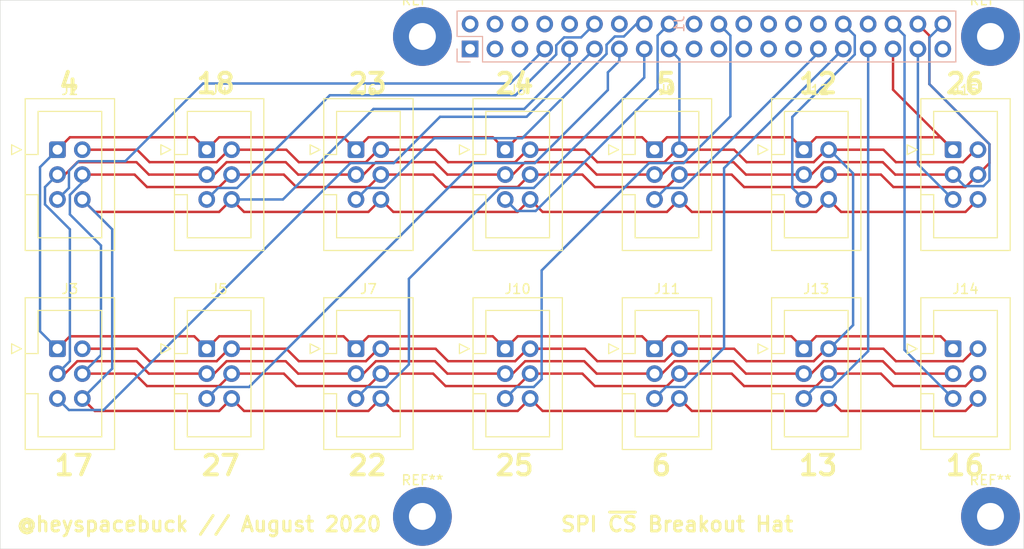
<source format=kicad_pcb>
(kicad_pcb (version 20171130) (host pcbnew "(5.1.6)-1")

  (general
    (thickness 1.6)
    (drawings 21)
    (tracks 367)
    (zones 0)
    (modules 19)
    (nets 41)
  )

  (page A4)
  (layers
    (0 F.Cu signal)
    (31 B.Cu signal)
    (32 B.Adhes user)
    (33 F.Adhes user)
    (34 B.Paste user)
    (35 F.Paste user)
    (36 B.SilkS user)
    (37 F.SilkS user)
    (38 B.Mask user)
    (39 F.Mask user)
    (40 Dwgs.User user)
    (41 Cmts.User user)
    (42 Eco1.User user)
    (43 Eco2.User user)
    (44 Edge.Cuts user)
    (45 Margin user)
    (46 B.CrtYd user)
    (47 F.CrtYd user)
    (48 B.Fab user)
    (49 F.Fab user)
  )

  (setup
    (last_trace_width 0.25)
    (trace_clearance 0.2)
    (zone_clearance 0.508)
    (zone_45_only no)
    (trace_min 0.2)
    (via_size 0.8)
    (via_drill 0.4)
    (via_min_size 0.4)
    (via_min_drill 0.3)
    (uvia_size 0.3)
    (uvia_drill 0.1)
    (uvias_allowed no)
    (uvia_min_size 0.2)
    (uvia_min_drill 0.1)
    (edge_width 0.05)
    (segment_width 0.2)
    (pcb_text_width 0.3)
    (pcb_text_size 1.5 1.5)
    (mod_edge_width 0.12)
    (mod_text_size 1 1)
    (mod_text_width 0.15)
    (pad_size 6 6)
    (pad_drill 2.75)
    (pad_to_mask_clearance 0.05)
    (aux_axis_origin 0 0)
    (visible_elements 7FF9FFFF)
    (pcbplotparams
      (layerselection 0x010f0_ffffffff)
      (usegerberextensions false)
      (usegerberattributes true)
      (usegerberadvancedattributes true)
      (creategerberjobfile false)
      (excludeedgelayer true)
      (linewidth 0.101600)
      (plotframeref false)
      (viasonmask false)
      (mode 1)
      (useauxorigin false)
      (hpglpennumber 1)
      (hpglpenspeed 20)
      (hpglpendiameter 15.000000)
      (psnegative false)
      (psa4output false)
      (plotreference false)
      (plotvalue false)
      (plotinvisibletext false)
      (padsonsilk false)
      (subtractmaskfromsilk false)
      (outputformat 1)
      (mirror false)
      (drillshape 0)
      (scaleselection 1)
      (outputdirectory "gerbers/"))
  )

  (net 0 "")
  (net 1 "Net-(J1-Pad39)")
  (net 2 "Net-(J1-Pad34)")
  (net 3 "Net-(J1-Pad30)")
  (net 4 "Net-(J1-Pad28)")
  (net 5 "Net-(J1-Pad27)")
  (net 6 "Net-(J1-Pad26)")
  (net 7 "Net-(J1-Pad25)")
  (net 8 "Net-(J1-Pad24)")
  (net 9 "Net-(J1-Pad23)")
  (net 10 "Net-(J1-Pad21)")
  (net 11 "Net-(J1-Pad20)")
  (net 12 "Net-(J1-Pad19)")
  (net 13 "Net-(J1-Pad14)")
  (net 14 "Net-(J1-Pad10)")
  (net 15 "Net-(J1-Pad8)")
  (net 16 "Net-(J1-Pad6)")
  (net 17 "Net-(J1-Pad5)")
  (net 18 "Net-(J1-Pad4)")
  (net 19 "Net-(J1-Pad3)")
  (net 20 "Net-(J1-Pad2)")
  (net 21 "Net-(J1-Pad1)")
  (net 22 CLK)
  (net 23 MOSI)
  (net 24 CS26)
  (net 25 CS16)
  (net 26 MISO)
  (net 27 CS13)
  (net 28 CS12)
  (net 29 CS6)
  (net 30 CS5)
  (net 31 CS25)
  (net 32 CS24)
  (net 33 CS23)
  (net 34 CS22)
  (net 35 CS27)
  (net 36 CS18)
  (net 37 CS17)
  (net 38 GND)
  (net 39 CS4)
  (net 40 PWR)

  (net_class Default "This is the default net class."
    (clearance 0.2)
    (trace_width 0.25)
    (via_dia 0.8)
    (via_drill 0.4)
    (uvia_dia 0.3)
    (uvia_drill 0.1)
    (add_net CLK)
    (add_net CS12)
    (add_net CS13)
    (add_net CS16)
    (add_net CS17)
    (add_net CS18)
    (add_net CS22)
    (add_net CS23)
    (add_net CS24)
    (add_net CS25)
    (add_net CS26)
    (add_net CS27)
    (add_net CS4)
    (add_net CS5)
    (add_net CS6)
    (add_net GND)
    (add_net MISO)
    (add_net MOSI)
    (add_net "Net-(J1-Pad1)")
    (add_net "Net-(J1-Pad10)")
    (add_net "Net-(J1-Pad14)")
    (add_net "Net-(J1-Pad19)")
    (add_net "Net-(J1-Pad2)")
    (add_net "Net-(J1-Pad20)")
    (add_net "Net-(J1-Pad21)")
    (add_net "Net-(J1-Pad23)")
    (add_net "Net-(J1-Pad24)")
    (add_net "Net-(J1-Pad25)")
    (add_net "Net-(J1-Pad26)")
    (add_net "Net-(J1-Pad27)")
    (add_net "Net-(J1-Pad28)")
    (add_net "Net-(J1-Pad3)")
    (add_net "Net-(J1-Pad30)")
    (add_net "Net-(J1-Pad34)")
    (add_net "Net-(J1-Pad39)")
    (add_net "Net-(J1-Pad4)")
    (add_net "Net-(J1-Pad5)")
    (add_net "Net-(J1-Pad6)")
    (add_net "Net-(J1-Pad8)")
    (add_net PWR)
  )

  (module Connector_IDC:IDC-Header_2x03_P2.54mm_Vertical (layer F.Cu) (tedit 5EAC9A07) (tstamp 5F46B751)
    (at 144.78 111.76)
    (descr "Through hole IDC box header, 2x03, 2.54mm pitch, DIN 41651 / IEC 60603-13, double rows, https://docs.google.com/spreadsheets/d/16SsEcesNF15N3Lb4niX7dcUr-NY5_MFPQhobNuNppn4/edit#gid=0")
    (tags "Through hole vertical IDC box header THT 2x03 2.54mm double row")
    (path /5F482437)
    (fp_text reference J15 (at 1.27 -6.1) (layer F.SilkS)
      (effects (font (size 1 1) (thickness 0.15)))
    )
    (fp_text value Conn_02x03_Odd_Even (at 1.27 11.18) (layer F.Fab)
      (effects (font (size 1 1) (thickness 0.15)))
    )
    (fp_line (start 6.22 -5.6) (end -3.68 -5.6) (layer F.CrtYd) (width 0.05))
    (fp_line (start 6.22 10.69) (end 6.22 -5.6) (layer F.CrtYd) (width 0.05))
    (fp_line (start -3.68 10.69) (end 6.22 10.69) (layer F.CrtYd) (width 0.05))
    (fp_line (start -3.68 -5.6) (end -3.68 10.69) (layer F.CrtYd) (width 0.05))
    (fp_line (start -4.68 0.5) (end -3.68 0) (layer F.SilkS) (width 0.12))
    (fp_line (start -4.68 -0.5) (end -4.68 0.5) (layer F.SilkS) (width 0.12))
    (fp_line (start -3.68 0) (end -4.68 -0.5) (layer F.SilkS) (width 0.12))
    (fp_line (start -1.98 4.59) (end -3.29 4.59) (layer F.SilkS) (width 0.12))
    (fp_line (start -1.98 4.59) (end -1.98 4.59) (layer F.SilkS) (width 0.12))
    (fp_line (start -1.98 8.99) (end -1.98 4.59) (layer F.SilkS) (width 0.12))
    (fp_line (start 4.52 8.99) (end -1.98 8.99) (layer F.SilkS) (width 0.12))
    (fp_line (start 4.52 -3.91) (end 4.52 8.99) (layer F.SilkS) (width 0.12))
    (fp_line (start -1.98 -3.91) (end 4.52 -3.91) (layer F.SilkS) (width 0.12))
    (fp_line (start -1.98 0.49) (end -1.98 -3.91) (layer F.SilkS) (width 0.12))
    (fp_line (start -3.29 0.49) (end -1.98 0.49) (layer F.SilkS) (width 0.12))
    (fp_line (start -3.29 10.29) (end -3.29 -5.21) (layer F.SilkS) (width 0.12))
    (fp_line (start 5.83 10.29) (end -3.29 10.29) (layer F.SilkS) (width 0.12))
    (fp_line (start 5.83 -5.21) (end 5.83 10.29) (layer F.SilkS) (width 0.12))
    (fp_line (start -3.29 -5.21) (end 5.83 -5.21) (layer F.SilkS) (width 0.12))
    (fp_line (start -1.98 4.59) (end -3.18 4.59) (layer F.Fab) (width 0.1))
    (fp_line (start -1.98 4.59) (end -1.98 4.59) (layer F.Fab) (width 0.1))
    (fp_line (start -1.98 8.99) (end -1.98 4.59) (layer F.Fab) (width 0.1))
    (fp_line (start 4.52 8.99) (end -1.98 8.99) (layer F.Fab) (width 0.1))
    (fp_line (start 4.52 -3.91) (end 4.52 8.99) (layer F.Fab) (width 0.1))
    (fp_line (start -1.98 -3.91) (end 4.52 -3.91) (layer F.Fab) (width 0.1))
    (fp_line (start -1.98 0.49) (end -1.98 -3.91) (layer F.Fab) (width 0.1))
    (fp_line (start -3.18 0.49) (end -1.98 0.49) (layer F.Fab) (width 0.1))
    (fp_line (start -3.18 10.18) (end -3.18 -4.1) (layer F.Fab) (width 0.1))
    (fp_line (start 5.72 10.18) (end -3.18 10.18) (layer F.Fab) (width 0.1))
    (fp_line (start 5.72 -5.1) (end 5.72 10.18) (layer F.Fab) (width 0.1))
    (fp_line (start -2.18 -5.1) (end 5.72 -5.1) (layer F.Fab) (width 0.1))
    (fp_line (start -3.18 -4.1) (end -2.18 -5.1) (layer F.Fab) (width 0.1))
    (fp_text user %R (at 1.27 2.54 90) (layer F.Fab)
      (effects (font (size 1 1) (thickness 0.15)))
    )
    (pad 6 thru_hole circle (at 2.54 5.08) (size 1.7 1.7) (drill 1) (layers *.Cu *.Mask)
      (net 38 GND))
    (pad 4 thru_hole circle (at 2.54 2.54) (size 1.7 1.7) (drill 1) (layers *.Cu *.Mask)
      (net 23 MOSI))
    (pad 2 thru_hole circle (at 2.54 0) (size 1.7 1.7) (drill 1) (layers *.Cu *.Mask)
      (net 40 PWR))
    (pad 5 thru_hole circle (at 0 5.08) (size 1.7 1.7) (drill 1) (layers *.Cu *.Mask)
      (net 24 CS26))
    (pad 3 thru_hole circle (at 0 2.54) (size 1.7 1.7) (drill 1) (layers *.Cu *.Mask)
      (net 22 CLK))
    (pad 1 thru_hole roundrect (at 0 0) (size 1.7 1.7) (drill 1) (layers *.Cu *.Mask) (roundrect_rratio 0.147059)
      (net 26 MISO))
    (model ${KISYS3DMOD}/Connector_IDC.3dshapes/IDC-Header_2x03_P2.54mm_Vertical.wrl
      (at (xyz 0 0 0))
      (scale (xyz 1 1 1))
      (rotate (xyz 0 0 0))
    )
  )

  (module Connector_IDC:IDC-Header_2x03_P2.54mm_Vertical (layer F.Cu) (tedit 5EAC9A07) (tstamp 5F46ABE5)
    (at 144.78 132.08)
    (descr "Through hole IDC box header, 2x03, 2.54mm pitch, DIN 41651 / IEC 60603-13, double rows, https://docs.google.com/spreadsheets/d/16SsEcesNF15N3Lb4niX7dcUr-NY5_MFPQhobNuNppn4/edit#gid=0")
    (tags "Through hole vertical IDC box header THT 2x03 2.54mm double row")
    (path /5F48242C)
    (fp_text reference J14 (at 1.27 -6.1) (layer F.SilkS)
      (effects (font (size 1 1) (thickness 0.15)))
    )
    (fp_text value Conn_02x03_Odd_Even (at 1.27 11.18) (layer F.Fab)
      (effects (font (size 1 1) (thickness 0.15)))
    )
    (fp_line (start 6.22 -5.6) (end -3.68 -5.6) (layer F.CrtYd) (width 0.05))
    (fp_line (start 6.22 10.69) (end 6.22 -5.6) (layer F.CrtYd) (width 0.05))
    (fp_line (start -3.68 10.69) (end 6.22 10.69) (layer F.CrtYd) (width 0.05))
    (fp_line (start -3.68 -5.6) (end -3.68 10.69) (layer F.CrtYd) (width 0.05))
    (fp_line (start -4.68 0.5) (end -3.68 0) (layer F.SilkS) (width 0.12))
    (fp_line (start -4.68 -0.5) (end -4.68 0.5) (layer F.SilkS) (width 0.12))
    (fp_line (start -3.68 0) (end -4.68 -0.5) (layer F.SilkS) (width 0.12))
    (fp_line (start -1.98 4.59) (end -3.29 4.59) (layer F.SilkS) (width 0.12))
    (fp_line (start -1.98 4.59) (end -1.98 4.59) (layer F.SilkS) (width 0.12))
    (fp_line (start -1.98 8.99) (end -1.98 4.59) (layer F.SilkS) (width 0.12))
    (fp_line (start 4.52 8.99) (end -1.98 8.99) (layer F.SilkS) (width 0.12))
    (fp_line (start 4.52 -3.91) (end 4.52 8.99) (layer F.SilkS) (width 0.12))
    (fp_line (start -1.98 -3.91) (end 4.52 -3.91) (layer F.SilkS) (width 0.12))
    (fp_line (start -1.98 0.49) (end -1.98 -3.91) (layer F.SilkS) (width 0.12))
    (fp_line (start -3.29 0.49) (end -1.98 0.49) (layer F.SilkS) (width 0.12))
    (fp_line (start -3.29 10.29) (end -3.29 -5.21) (layer F.SilkS) (width 0.12))
    (fp_line (start 5.83 10.29) (end -3.29 10.29) (layer F.SilkS) (width 0.12))
    (fp_line (start 5.83 -5.21) (end 5.83 10.29) (layer F.SilkS) (width 0.12))
    (fp_line (start -3.29 -5.21) (end 5.83 -5.21) (layer F.SilkS) (width 0.12))
    (fp_line (start -1.98 4.59) (end -3.18 4.59) (layer F.Fab) (width 0.1))
    (fp_line (start -1.98 4.59) (end -1.98 4.59) (layer F.Fab) (width 0.1))
    (fp_line (start -1.98 8.99) (end -1.98 4.59) (layer F.Fab) (width 0.1))
    (fp_line (start 4.52 8.99) (end -1.98 8.99) (layer F.Fab) (width 0.1))
    (fp_line (start 4.52 -3.91) (end 4.52 8.99) (layer F.Fab) (width 0.1))
    (fp_line (start -1.98 -3.91) (end 4.52 -3.91) (layer F.Fab) (width 0.1))
    (fp_line (start -1.98 0.49) (end -1.98 -3.91) (layer F.Fab) (width 0.1))
    (fp_line (start -3.18 0.49) (end -1.98 0.49) (layer F.Fab) (width 0.1))
    (fp_line (start -3.18 10.18) (end -3.18 -4.1) (layer F.Fab) (width 0.1))
    (fp_line (start 5.72 10.18) (end -3.18 10.18) (layer F.Fab) (width 0.1))
    (fp_line (start 5.72 -5.1) (end 5.72 10.18) (layer F.Fab) (width 0.1))
    (fp_line (start -2.18 -5.1) (end 5.72 -5.1) (layer F.Fab) (width 0.1))
    (fp_line (start -3.18 -4.1) (end -2.18 -5.1) (layer F.Fab) (width 0.1))
    (fp_text user %R (at 1.27 2.54 90) (layer F.Fab)
      (effects (font (size 1 1) (thickness 0.15)))
    )
    (pad 6 thru_hole circle (at 2.54 5.08) (size 1.7 1.7) (drill 1) (layers *.Cu *.Mask)
      (net 38 GND))
    (pad 4 thru_hole circle (at 2.54 2.54) (size 1.7 1.7) (drill 1) (layers *.Cu *.Mask)
      (net 23 MOSI))
    (pad 2 thru_hole circle (at 2.54 0) (size 1.7 1.7) (drill 1) (layers *.Cu *.Mask)
      (net 40 PWR))
    (pad 5 thru_hole circle (at 0 5.08) (size 1.7 1.7) (drill 1) (layers *.Cu *.Mask)
      (net 25 CS16))
    (pad 3 thru_hole circle (at 0 2.54) (size 1.7 1.7) (drill 1) (layers *.Cu *.Mask)
      (net 22 CLK))
    (pad 1 thru_hole roundrect (at 0 0) (size 1.7 1.7) (drill 1) (layers *.Cu *.Mask) (roundrect_rratio 0.147059)
      (net 26 MISO))
    (model ${KISYS3DMOD}/Connector_IDC.3dshapes/IDC-Header_2x03_P2.54mm_Vertical.wrl
      (at (xyz 0 0 0))
      (scale (xyz 1 1 1))
      (rotate (xyz 0 0 0))
    )
  )

  (module Connector_IDC:IDC-Header_2x03_P2.54mm_Vertical (layer F.Cu) (tedit 5EAC9A07) (tstamp 5F46B7CF)
    (at 129.54 132.08)
    (descr "Through hole IDC box header, 2x03, 2.54mm pitch, DIN 41651 / IEC 60603-13, double rows, https://docs.google.com/spreadsheets/d/16SsEcesNF15N3Lb4niX7dcUr-NY5_MFPQhobNuNppn4/edit#gid=0")
    (tags "Through hole vertical IDC box header THT 2x03 2.54mm double row")
    (path /5F47A6C1)
    (fp_text reference J13 (at 1.27 -6.1) (layer F.SilkS)
      (effects (font (size 1 1) (thickness 0.15)))
    )
    (fp_text value Conn_02x03_Odd_Even (at 1.27 11.18) (layer F.Fab)
      (effects (font (size 1 1) (thickness 0.15)))
    )
    (fp_line (start 6.22 -5.6) (end -3.68 -5.6) (layer F.CrtYd) (width 0.05))
    (fp_line (start 6.22 10.69) (end 6.22 -5.6) (layer F.CrtYd) (width 0.05))
    (fp_line (start -3.68 10.69) (end 6.22 10.69) (layer F.CrtYd) (width 0.05))
    (fp_line (start -3.68 -5.6) (end -3.68 10.69) (layer F.CrtYd) (width 0.05))
    (fp_line (start -4.68 0.5) (end -3.68 0) (layer F.SilkS) (width 0.12))
    (fp_line (start -4.68 -0.5) (end -4.68 0.5) (layer F.SilkS) (width 0.12))
    (fp_line (start -3.68 0) (end -4.68 -0.5) (layer F.SilkS) (width 0.12))
    (fp_line (start -1.98 4.59) (end -3.29 4.59) (layer F.SilkS) (width 0.12))
    (fp_line (start -1.98 4.59) (end -1.98 4.59) (layer F.SilkS) (width 0.12))
    (fp_line (start -1.98 8.99) (end -1.98 4.59) (layer F.SilkS) (width 0.12))
    (fp_line (start 4.52 8.99) (end -1.98 8.99) (layer F.SilkS) (width 0.12))
    (fp_line (start 4.52 -3.91) (end 4.52 8.99) (layer F.SilkS) (width 0.12))
    (fp_line (start -1.98 -3.91) (end 4.52 -3.91) (layer F.SilkS) (width 0.12))
    (fp_line (start -1.98 0.49) (end -1.98 -3.91) (layer F.SilkS) (width 0.12))
    (fp_line (start -3.29 0.49) (end -1.98 0.49) (layer F.SilkS) (width 0.12))
    (fp_line (start -3.29 10.29) (end -3.29 -5.21) (layer F.SilkS) (width 0.12))
    (fp_line (start 5.83 10.29) (end -3.29 10.29) (layer F.SilkS) (width 0.12))
    (fp_line (start 5.83 -5.21) (end 5.83 10.29) (layer F.SilkS) (width 0.12))
    (fp_line (start -3.29 -5.21) (end 5.83 -5.21) (layer F.SilkS) (width 0.12))
    (fp_line (start -1.98 4.59) (end -3.18 4.59) (layer F.Fab) (width 0.1))
    (fp_line (start -1.98 4.59) (end -1.98 4.59) (layer F.Fab) (width 0.1))
    (fp_line (start -1.98 8.99) (end -1.98 4.59) (layer F.Fab) (width 0.1))
    (fp_line (start 4.52 8.99) (end -1.98 8.99) (layer F.Fab) (width 0.1))
    (fp_line (start 4.52 -3.91) (end 4.52 8.99) (layer F.Fab) (width 0.1))
    (fp_line (start -1.98 -3.91) (end 4.52 -3.91) (layer F.Fab) (width 0.1))
    (fp_line (start -1.98 0.49) (end -1.98 -3.91) (layer F.Fab) (width 0.1))
    (fp_line (start -3.18 0.49) (end -1.98 0.49) (layer F.Fab) (width 0.1))
    (fp_line (start -3.18 10.18) (end -3.18 -4.1) (layer F.Fab) (width 0.1))
    (fp_line (start 5.72 10.18) (end -3.18 10.18) (layer F.Fab) (width 0.1))
    (fp_line (start 5.72 -5.1) (end 5.72 10.18) (layer F.Fab) (width 0.1))
    (fp_line (start -2.18 -5.1) (end 5.72 -5.1) (layer F.Fab) (width 0.1))
    (fp_line (start -3.18 -4.1) (end -2.18 -5.1) (layer F.Fab) (width 0.1))
    (fp_text user %R (at 1.27 2.54 90) (layer F.Fab)
      (effects (font (size 1 1) (thickness 0.15)))
    )
    (pad 6 thru_hole circle (at 2.54 5.08) (size 1.7 1.7) (drill 1) (layers *.Cu *.Mask)
      (net 38 GND))
    (pad 4 thru_hole circle (at 2.54 2.54) (size 1.7 1.7) (drill 1) (layers *.Cu *.Mask)
      (net 23 MOSI))
    (pad 2 thru_hole circle (at 2.54 0) (size 1.7 1.7) (drill 1) (layers *.Cu *.Mask)
      (net 40 PWR))
    (pad 5 thru_hole circle (at 0 5.08) (size 1.7 1.7) (drill 1) (layers *.Cu *.Mask)
      (net 27 CS13))
    (pad 3 thru_hole circle (at 0 2.54) (size 1.7 1.7) (drill 1) (layers *.Cu *.Mask)
      (net 22 CLK))
    (pad 1 thru_hole roundrect (at 0 0) (size 1.7 1.7) (drill 1) (layers *.Cu *.Mask) (roundrect_rratio 0.147059)
      (net 26 MISO))
    (model ${KISYS3DMOD}/Connector_IDC.3dshapes/IDC-Header_2x03_P2.54mm_Vertical.wrl
      (at (xyz 0 0 0))
      (scale (xyz 1 1 1))
      (rotate (xyz 0 0 0))
    )
  )

  (module Connector_IDC:IDC-Header_2x03_P2.54mm_Vertical (layer F.Cu) (tedit 5EAC9A07) (tstamp 5F46AB8F)
    (at 129.54 111.76)
    (descr "Through hole IDC box header, 2x03, 2.54mm pitch, DIN 41651 / IEC 60603-13, double rows, https://docs.google.com/spreadsheets/d/16SsEcesNF15N3Lb4niX7dcUr-NY5_MFPQhobNuNppn4/edit#gid=0")
    (tags "Through hole vertical IDC box header THT 2x03 2.54mm double row")
    (path /5F47A6B6)
    (fp_text reference J12 (at 1.27 -6.1) (layer F.SilkS)
      (effects (font (size 1 1) (thickness 0.15)))
    )
    (fp_text value Conn_02x03_Odd_Even (at 1.27 11.18) (layer F.Fab)
      (effects (font (size 1 1) (thickness 0.15)))
    )
    (fp_line (start 6.22 -5.6) (end -3.68 -5.6) (layer F.CrtYd) (width 0.05))
    (fp_line (start 6.22 10.69) (end 6.22 -5.6) (layer F.CrtYd) (width 0.05))
    (fp_line (start -3.68 10.69) (end 6.22 10.69) (layer F.CrtYd) (width 0.05))
    (fp_line (start -3.68 -5.6) (end -3.68 10.69) (layer F.CrtYd) (width 0.05))
    (fp_line (start -4.68 0.5) (end -3.68 0) (layer F.SilkS) (width 0.12))
    (fp_line (start -4.68 -0.5) (end -4.68 0.5) (layer F.SilkS) (width 0.12))
    (fp_line (start -3.68 0) (end -4.68 -0.5) (layer F.SilkS) (width 0.12))
    (fp_line (start -1.98 4.59) (end -3.29 4.59) (layer F.SilkS) (width 0.12))
    (fp_line (start -1.98 4.59) (end -1.98 4.59) (layer F.SilkS) (width 0.12))
    (fp_line (start -1.98 8.99) (end -1.98 4.59) (layer F.SilkS) (width 0.12))
    (fp_line (start 4.52 8.99) (end -1.98 8.99) (layer F.SilkS) (width 0.12))
    (fp_line (start 4.52 -3.91) (end 4.52 8.99) (layer F.SilkS) (width 0.12))
    (fp_line (start -1.98 -3.91) (end 4.52 -3.91) (layer F.SilkS) (width 0.12))
    (fp_line (start -1.98 0.49) (end -1.98 -3.91) (layer F.SilkS) (width 0.12))
    (fp_line (start -3.29 0.49) (end -1.98 0.49) (layer F.SilkS) (width 0.12))
    (fp_line (start -3.29 10.29) (end -3.29 -5.21) (layer F.SilkS) (width 0.12))
    (fp_line (start 5.83 10.29) (end -3.29 10.29) (layer F.SilkS) (width 0.12))
    (fp_line (start 5.83 -5.21) (end 5.83 10.29) (layer F.SilkS) (width 0.12))
    (fp_line (start -3.29 -5.21) (end 5.83 -5.21) (layer F.SilkS) (width 0.12))
    (fp_line (start -1.98 4.59) (end -3.18 4.59) (layer F.Fab) (width 0.1))
    (fp_line (start -1.98 4.59) (end -1.98 4.59) (layer F.Fab) (width 0.1))
    (fp_line (start -1.98 8.99) (end -1.98 4.59) (layer F.Fab) (width 0.1))
    (fp_line (start 4.52 8.99) (end -1.98 8.99) (layer F.Fab) (width 0.1))
    (fp_line (start 4.52 -3.91) (end 4.52 8.99) (layer F.Fab) (width 0.1))
    (fp_line (start -1.98 -3.91) (end 4.52 -3.91) (layer F.Fab) (width 0.1))
    (fp_line (start -1.98 0.49) (end -1.98 -3.91) (layer F.Fab) (width 0.1))
    (fp_line (start -3.18 0.49) (end -1.98 0.49) (layer F.Fab) (width 0.1))
    (fp_line (start -3.18 10.18) (end -3.18 -4.1) (layer F.Fab) (width 0.1))
    (fp_line (start 5.72 10.18) (end -3.18 10.18) (layer F.Fab) (width 0.1))
    (fp_line (start 5.72 -5.1) (end 5.72 10.18) (layer F.Fab) (width 0.1))
    (fp_line (start -2.18 -5.1) (end 5.72 -5.1) (layer F.Fab) (width 0.1))
    (fp_line (start -3.18 -4.1) (end -2.18 -5.1) (layer F.Fab) (width 0.1))
    (fp_text user %R (at 1.27 2.54 90) (layer F.Fab)
      (effects (font (size 1 1) (thickness 0.15)))
    )
    (pad 6 thru_hole circle (at 2.54 5.08) (size 1.7 1.7) (drill 1) (layers *.Cu *.Mask)
      (net 38 GND))
    (pad 4 thru_hole circle (at 2.54 2.54) (size 1.7 1.7) (drill 1) (layers *.Cu *.Mask)
      (net 23 MOSI))
    (pad 2 thru_hole circle (at 2.54 0) (size 1.7 1.7) (drill 1) (layers *.Cu *.Mask)
      (net 40 PWR))
    (pad 5 thru_hole circle (at 0 5.08) (size 1.7 1.7) (drill 1) (layers *.Cu *.Mask)
      (net 28 CS12))
    (pad 3 thru_hole circle (at 0 2.54) (size 1.7 1.7) (drill 1) (layers *.Cu *.Mask)
      (net 22 CLK))
    (pad 1 thru_hole roundrect (at 0 0) (size 1.7 1.7) (drill 1) (layers *.Cu *.Mask) (roundrect_rratio 0.147059)
      (net 26 MISO))
    (model ${KISYS3DMOD}/Connector_IDC.3dshapes/IDC-Header_2x03_P2.54mm_Vertical.wrl
      (at (xyz 0 0 0))
      (scale (xyz 1 1 1))
      (rotate (xyz 0 0 0))
    )
  )

  (module Connector_IDC:IDC-Header_2x03_P2.54mm_Vertical (layer F.Cu) (tedit 5EAC9A07) (tstamp 5F46AB64)
    (at 114.3 132.08)
    (descr "Through hole IDC box header, 2x03, 2.54mm pitch, DIN 41651 / IEC 60603-13, double rows, https://docs.google.com/spreadsheets/d/16SsEcesNF15N3Lb4niX7dcUr-NY5_MFPQhobNuNppn4/edit#gid=0")
    (tags "Through hole vertical IDC box header THT 2x03 2.54mm double row")
    (path /5F47A6AB)
    (fp_text reference J11 (at 1.27 -6.1) (layer F.SilkS)
      (effects (font (size 1 1) (thickness 0.15)))
    )
    (fp_text value Conn_02x03_Odd_Even (at 1.27 11.18) (layer F.Fab)
      (effects (font (size 1 1) (thickness 0.15)))
    )
    (fp_line (start 6.22 -5.6) (end -3.68 -5.6) (layer F.CrtYd) (width 0.05))
    (fp_line (start 6.22 10.69) (end 6.22 -5.6) (layer F.CrtYd) (width 0.05))
    (fp_line (start -3.68 10.69) (end 6.22 10.69) (layer F.CrtYd) (width 0.05))
    (fp_line (start -3.68 -5.6) (end -3.68 10.69) (layer F.CrtYd) (width 0.05))
    (fp_line (start -4.68 0.5) (end -3.68 0) (layer F.SilkS) (width 0.12))
    (fp_line (start -4.68 -0.5) (end -4.68 0.5) (layer F.SilkS) (width 0.12))
    (fp_line (start -3.68 0) (end -4.68 -0.5) (layer F.SilkS) (width 0.12))
    (fp_line (start -1.98 4.59) (end -3.29 4.59) (layer F.SilkS) (width 0.12))
    (fp_line (start -1.98 4.59) (end -1.98 4.59) (layer F.SilkS) (width 0.12))
    (fp_line (start -1.98 8.99) (end -1.98 4.59) (layer F.SilkS) (width 0.12))
    (fp_line (start 4.52 8.99) (end -1.98 8.99) (layer F.SilkS) (width 0.12))
    (fp_line (start 4.52 -3.91) (end 4.52 8.99) (layer F.SilkS) (width 0.12))
    (fp_line (start -1.98 -3.91) (end 4.52 -3.91) (layer F.SilkS) (width 0.12))
    (fp_line (start -1.98 0.49) (end -1.98 -3.91) (layer F.SilkS) (width 0.12))
    (fp_line (start -3.29 0.49) (end -1.98 0.49) (layer F.SilkS) (width 0.12))
    (fp_line (start -3.29 10.29) (end -3.29 -5.21) (layer F.SilkS) (width 0.12))
    (fp_line (start 5.83 10.29) (end -3.29 10.29) (layer F.SilkS) (width 0.12))
    (fp_line (start 5.83 -5.21) (end 5.83 10.29) (layer F.SilkS) (width 0.12))
    (fp_line (start -3.29 -5.21) (end 5.83 -5.21) (layer F.SilkS) (width 0.12))
    (fp_line (start -1.98 4.59) (end -3.18 4.59) (layer F.Fab) (width 0.1))
    (fp_line (start -1.98 4.59) (end -1.98 4.59) (layer F.Fab) (width 0.1))
    (fp_line (start -1.98 8.99) (end -1.98 4.59) (layer F.Fab) (width 0.1))
    (fp_line (start 4.52 8.99) (end -1.98 8.99) (layer F.Fab) (width 0.1))
    (fp_line (start 4.52 -3.91) (end 4.52 8.99) (layer F.Fab) (width 0.1))
    (fp_line (start -1.98 -3.91) (end 4.52 -3.91) (layer F.Fab) (width 0.1))
    (fp_line (start -1.98 0.49) (end -1.98 -3.91) (layer F.Fab) (width 0.1))
    (fp_line (start -3.18 0.49) (end -1.98 0.49) (layer F.Fab) (width 0.1))
    (fp_line (start -3.18 10.18) (end -3.18 -4.1) (layer F.Fab) (width 0.1))
    (fp_line (start 5.72 10.18) (end -3.18 10.18) (layer F.Fab) (width 0.1))
    (fp_line (start 5.72 -5.1) (end 5.72 10.18) (layer F.Fab) (width 0.1))
    (fp_line (start -2.18 -5.1) (end 5.72 -5.1) (layer F.Fab) (width 0.1))
    (fp_line (start -3.18 -4.1) (end -2.18 -5.1) (layer F.Fab) (width 0.1))
    (fp_text user %R (at 1.27 2.54 90) (layer F.Fab)
      (effects (font (size 1 1) (thickness 0.15)))
    )
    (pad 6 thru_hole circle (at 2.54 5.08) (size 1.7 1.7) (drill 1) (layers *.Cu *.Mask)
      (net 38 GND))
    (pad 4 thru_hole circle (at 2.54 2.54) (size 1.7 1.7) (drill 1) (layers *.Cu *.Mask)
      (net 23 MOSI))
    (pad 2 thru_hole circle (at 2.54 0) (size 1.7 1.7) (drill 1) (layers *.Cu *.Mask)
      (net 40 PWR))
    (pad 5 thru_hole circle (at 0 5.08) (size 1.7 1.7) (drill 1) (layers *.Cu *.Mask)
      (net 29 CS6))
    (pad 3 thru_hole circle (at 0 2.54) (size 1.7 1.7) (drill 1) (layers *.Cu *.Mask)
      (net 22 CLK))
    (pad 1 thru_hole roundrect (at 0 0) (size 1.7 1.7) (drill 1) (layers *.Cu *.Mask) (roundrect_rratio 0.147059)
      (net 26 MISO))
    (model ${KISYS3DMOD}/Connector_IDC.3dshapes/IDC-Header_2x03_P2.54mm_Vertical.wrl
      (at (xyz 0 0 0))
      (scale (xyz 1 1 1))
      (rotate (xyz 0 0 0))
    )
  )

  (module Connector_IDC:IDC-Header_2x03_P2.54mm_Vertical (layer F.Cu) (tedit 5EAC9A07) (tstamp 5F46AB39)
    (at 99.06 132.08)
    (descr "Through hole IDC box header, 2x03, 2.54mm pitch, DIN 41651 / IEC 60603-13, double rows, https://docs.google.com/spreadsheets/d/16SsEcesNF15N3Lb4niX7dcUr-NY5_MFPQhobNuNppn4/edit#gid=0")
    (tags "Through hole vertical IDC box header THT 2x03 2.54mm double row")
    (path /5F47A6A0)
    (fp_text reference J10 (at 1.27 -6.1) (layer F.SilkS)
      (effects (font (size 1 1) (thickness 0.15)))
    )
    (fp_text value Conn_02x03_Odd_Even (at 1.27 11.18) (layer F.Fab)
      (effects (font (size 1 1) (thickness 0.15)))
    )
    (fp_line (start 6.22 -5.6) (end -3.68 -5.6) (layer F.CrtYd) (width 0.05))
    (fp_line (start 6.22 10.69) (end 6.22 -5.6) (layer F.CrtYd) (width 0.05))
    (fp_line (start -3.68 10.69) (end 6.22 10.69) (layer F.CrtYd) (width 0.05))
    (fp_line (start -3.68 -5.6) (end -3.68 10.69) (layer F.CrtYd) (width 0.05))
    (fp_line (start -4.68 0.5) (end -3.68 0) (layer F.SilkS) (width 0.12))
    (fp_line (start -4.68 -0.5) (end -4.68 0.5) (layer F.SilkS) (width 0.12))
    (fp_line (start -3.68 0) (end -4.68 -0.5) (layer F.SilkS) (width 0.12))
    (fp_line (start -1.98 4.59) (end -3.29 4.59) (layer F.SilkS) (width 0.12))
    (fp_line (start -1.98 4.59) (end -1.98 4.59) (layer F.SilkS) (width 0.12))
    (fp_line (start -1.98 8.99) (end -1.98 4.59) (layer F.SilkS) (width 0.12))
    (fp_line (start 4.52 8.99) (end -1.98 8.99) (layer F.SilkS) (width 0.12))
    (fp_line (start 4.52 -3.91) (end 4.52 8.99) (layer F.SilkS) (width 0.12))
    (fp_line (start -1.98 -3.91) (end 4.52 -3.91) (layer F.SilkS) (width 0.12))
    (fp_line (start -1.98 0.49) (end -1.98 -3.91) (layer F.SilkS) (width 0.12))
    (fp_line (start -3.29 0.49) (end -1.98 0.49) (layer F.SilkS) (width 0.12))
    (fp_line (start -3.29 10.29) (end -3.29 -5.21) (layer F.SilkS) (width 0.12))
    (fp_line (start 5.83 10.29) (end -3.29 10.29) (layer F.SilkS) (width 0.12))
    (fp_line (start 5.83 -5.21) (end 5.83 10.29) (layer F.SilkS) (width 0.12))
    (fp_line (start -3.29 -5.21) (end 5.83 -5.21) (layer F.SilkS) (width 0.12))
    (fp_line (start -1.98 4.59) (end -3.18 4.59) (layer F.Fab) (width 0.1))
    (fp_line (start -1.98 4.59) (end -1.98 4.59) (layer F.Fab) (width 0.1))
    (fp_line (start -1.98 8.99) (end -1.98 4.59) (layer F.Fab) (width 0.1))
    (fp_line (start 4.52 8.99) (end -1.98 8.99) (layer F.Fab) (width 0.1))
    (fp_line (start 4.52 -3.91) (end 4.52 8.99) (layer F.Fab) (width 0.1))
    (fp_line (start -1.98 -3.91) (end 4.52 -3.91) (layer F.Fab) (width 0.1))
    (fp_line (start -1.98 0.49) (end -1.98 -3.91) (layer F.Fab) (width 0.1))
    (fp_line (start -3.18 0.49) (end -1.98 0.49) (layer F.Fab) (width 0.1))
    (fp_line (start -3.18 10.18) (end -3.18 -4.1) (layer F.Fab) (width 0.1))
    (fp_line (start 5.72 10.18) (end -3.18 10.18) (layer F.Fab) (width 0.1))
    (fp_line (start 5.72 -5.1) (end 5.72 10.18) (layer F.Fab) (width 0.1))
    (fp_line (start -2.18 -5.1) (end 5.72 -5.1) (layer F.Fab) (width 0.1))
    (fp_line (start -3.18 -4.1) (end -2.18 -5.1) (layer F.Fab) (width 0.1))
    (fp_text user %R (at 1.27 2.54 90) (layer F.Fab)
      (effects (font (size 1 1) (thickness 0.15)))
    )
    (pad 6 thru_hole circle (at 2.54 5.08) (size 1.7 1.7) (drill 1) (layers *.Cu *.Mask)
      (net 38 GND))
    (pad 4 thru_hole circle (at 2.54 2.54) (size 1.7 1.7) (drill 1) (layers *.Cu *.Mask)
      (net 23 MOSI))
    (pad 2 thru_hole circle (at 2.54 0) (size 1.7 1.7) (drill 1) (layers *.Cu *.Mask)
      (net 40 PWR))
    (pad 5 thru_hole circle (at 0 5.08) (size 1.7 1.7) (drill 1) (layers *.Cu *.Mask)
      (net 31 CS25))
    (pad 3 thru_hole circle (at 0 2.54) (size 1.7 1.7) (drill 1) (layers *.Cu *.Mask)
      (net 22 CLK))
    (pad 1 thru_hole roundrect (at 0 0) (size 1.7 1.7) (drill 1) (layers *.Cu *.Mask) (roundrect_rratio 0.147059)
      (net 26 MISO))
    (model ${KISYS3DMOD}/Connector_IDC.3dshapes/IDC-Header_2x03_P2.54mm_Vertical.wrl
      (at (xyz 0 0 0))
      (scale (xyz 1 1 1))
      (rotate (xyz 0 0 0))
    )
  )

  (module Connector_IDC:IDC-Header_2x03_P2.54mm_Vertical (layer F.Cu) (tedit 5EAC9A07) (tstamp 5F46AB0E)
    (at 114.3 111.76)
    (descr "Through hole IDC box header, 2x03, 2.54mm pitch, DIN 41651 / IEC 60603-13, double rows, https://docs.google.com/spreadsheets/d/16SsEcesNF15N3Lb4niX7dcUr-NY5_MFPQhobNuNppn4/edit#gid=0")
    (tags "Through hole vertical IDC box header THT 2x03 2.54mm double row")
    (path /5F478153)
    (fp_text reference J9 (at 1.27 -6.1) (layer F.SilkS)
      (effects (font (size 1 1) (thickness 0.15)))
    )
    (fp_text value Conn_02x03_Odd_Even (at 1.27 11.18) (layer F.Fab)
      (effects (font (size 1 1) (thickness 0.15)))
    )
    (fp_line (start 6.22 -5.6) (end -3.68 -5.6) (layer F.CrtYd) (width 0.05))
    (fp_line (start 6.22 10.69) (end 6.22 -5.6) (layer F.CrtYd) (width 0.05))
    (fp_line (start -3.68 10.69) (end 6.22 10.69) (layer F.CrtYd) (width 0.05))
    (fp_line (start -3.68 -5.6) (end -3.68 10.69) (layer F.CrtYd) (width 0.05))
    (fp_line (start -4.68 0.5) (end -3.68 0) (layer F.SilkS) (width 0.12))
    (fp_line (start -4.68 -0.5) (end -4.68 0.5) (layer F.SilkS) (width 0.12))
    (fp_line (start -3.68 0) (end -4.68 -0.5) (layer F.SilkS) (width 0.12))
    (fp_line (start -1.98 4.59) (end -3.29 4.59) (layer F.SilkS) (width 0.12))
    (fp_line (start -1.98 4.59) (end -1.98 4.59) (layer F.SilkS) (width 0.12))
    (fp_line (start -1.98 8.99) (end -1.98 4.59) (layer F.SilkS) (width 0.12))
    (fp_line (start 4.52 8.99) (end -1.98 8.99) (layer F.SilkS) (width 0.12))
    (fp_line (start 4.52 -3.91) (end 4.52 8.99) (layer F.SilkS) (width 0.12))
    (fp_line (start -1.98 -3.91) (end 4.52 -3.91) (layer F.SilkS) (width 0.12))
    (fp_line (start -1.98 0.49) (end -1.98 -3.91) (layer F.SilkS) (width 0.12))
    (fp_line (start -3.29 0.49) (end -1.98 0.49) (layer F.SilkS) (width 0.12))
    (fp_line (start -3.29 10.29) (end -3.29 -5.21) (layer F.SilkS) (width 0.12))
    (fp_line (start 5.83 10.29) (end -3.29 10.29) (layer F.SilkS) (width 0.12))
    (fp_line (start 5.83 -5.21) (end 5.83 10.29) (layer F.SilkS) (width 0.12))
    (fp_line (start -3.29 -5.21) (end 5.83 -5.21) (layer F.SilkS) (width 0.12))
    (fp_line (start -1.98 4.59) (end -3.18 4.59) (layer F.Fab) (width 0.1))
    (fp_line (start -1.98 4.59) (end -1.98 4.59) (layer F.Fab) (width 0.1))
    (fp_line (start -1.98 8.99) (end -1.98 4.59) (layer F.Fab) (width 0.1))
    (fp_line (start 4.52 8.99) (end -1.98 8.99) (layer F.Fab) (width 0.1))
    (fp_line (start 4.52 -3.91) (end 4.52 8.99) (layer F.Fab) (width 0.1))
    (fp_line (start -1.98 -3.91) (end 4.52 -3.91) (layer F.Fab) (width 0.1))
    (fp_line (start -1.98 0.49) (end -1.98 -3.91) (layer F.Fab) (width 0.1))
    (fp_line (start -3.18 0.49) (end -1.98 0.49) (layer F.Fab) (width 0.1))
    (fp_line (start -3.18 10.18) (end -3.18 -4.1) (layer F.Fab) (width 0.1))
    (fp_line (start 5.72 10.18) (end -3.18 10.18) (layer F.Fab) (width 0.1))
    (fp_line (start 5.72 -5.1) (end 5.72 10.18) (layer F.Fab) (width 0.1))
    (fp_line (start -2.18 -5.1) (end 5.72 -5.1) (layer F.Fab) (width 0.1))
    (fp_line (start -3.18 -4.1) (end -2.18 -5.1) (layer F.Fab) (width 0.1))
    (fp_text user %R (at 1.27 2.54 90) (layer F.Fab)
      (effects (font (size 1 1) (thickness 0.15)))
    )
    (pad 6 thru_hole circle (at 2.54 5.08) (size 1.7 1.7) (drill 1) (layers *.Cu *.Mask)
      (net 38 GND))
    (pad 4 thru_hole circle (at 2.54 2.54) (size 1.7 1.7) (drill 1) (layers *.Cu *.Mask)
      (net 23 MOSI))
    (pad 2 thru_hole circle (at 2.54 0) (size 1.7 1.7) (drill 1) (layers *.Cu *.Mask)
      (net 40 PWR))
    (pad 5 thru_hole circle (at 0 5.08) (size 1.7 1.7) (drill 1) (layers *.Cu *.Mask)
      (net 30 CS5))
    (pad 3 thru_hole circle (at 0 2.54) (size 1.7 1.7) (drill 1) (layers *.Cu *.Mask)
      (net 22 CLK))
    (pad 1 thru_hole roundrect (at 0 0) (size 1.7 1.7) (drill 1) (layers *.Cu *.Mask) (roundrect_rratio 0.147059)
      (net 26 MISO))
    (model ${KISYS3DMOD}/Connector_IDC.3dshapes/IDC-Header_2x03_P2.54mm_Vertical.wrl
      (at (xyz 0 0 0))
      (scale (xyz 1 1 1))
      (rotate (xyz 0 0 0))
    )
  )

  (module Connector_IDC:IDC-Header_2x03_P2.54mm_Vertical (layer F.Cu) (tedit 5EAC9A07) (tstamp 5F46AAE3)
    (at 99.06 111.76)
    (descr "Through hole IDC box header, 2x03, 2.54mm pitch, DIN 41651 / IEC 60603-13, double rows, https://docs.google.com/spreadsheets/d/16SsEcesNF15N3Lb4niX7dcUr-NY5_MFPQhobNuNppn4/edit#gid=0")
    (tags "Through hole vertical IDC box header THT 2x03 2.54mm double row")
    (path /5F478148)
    (fp_text reference J8 (at 1.27 -6.1) (layer F.SilkS)
      (effects (font (size 1 1) (thickness 0.15)))
    )
    (fp_text value Conn_02x03_Odd_Even (at 1.27 11.18) (layer F.Fab)
      (effects (font (size 1 1) (thickness 0.15)))
    )
    (fp_line (start 6.22 -5.6) (end -3.68 -5.6) (layer F.CrtYd) (width 0.05))
    (fp_line (start 6.22 10.69) (end 6.22 -5.6) (layer F.CrtYd) (width 0.05))
    (fp_line (start -3.68 10.69) (end 6.22 10.69) (layer F.CrtYd) (width 0.05))
    (fp_line (start -3.68 -5.6) (end -3.68 10.69) (layer F.CrtYd) (width 0.05))
    (fp_line (start -4.68 0.5) (end -3.68 0) (layer F.SilkS) (width 0.12))
    (fp_line (start -4.68 -0.5) (end -4.68 0.5) (layer F.SilkS) (width 0.12))
    (fp_line (start -3.68 0) (end -4.68 -0.5) (layer F.SilkS) (width 0.12))
    (fp_line (start -1.98 4.59) (end -3.29 4.59) (layer F.SilkS) (width 0.12))
    (fp_line (start -1.98 4.59) (end -1.98 4.59) (layer F.SilkS) (width 0.12))
    (fp_line (start -1.98 8.99) (end -1.98 4.59) (layer F.SilkS) (width 0.12))
    (fp_line (start 4.52 8.99) (end -1.98 8.99) (layer F.SilkS) (width 0.12))
    (fp_line (start 4.52 -3.91) (end 4.52 8.99) (layer F.SilkS) (width 0.12))
    (fp_line (start -1.98 -3.91) (end 4.52 -3.91) (layer F.SilkS) (width 0.12))
    (fp_line (start -1.98 0.49) (end -1.98 -3.91) (layer F.SilkS) (width 0.12))
    (fp_line (start -3.29 0.49) (end -1.98 0.49) (layer F.SilkS) (width 0.12))
    (fp_line (start -3.29 10.29) (end -3.29 -5.21) (layer F.SilkS) (width 0.12))
    (fp_line (start 5.83 10.29) (end -3.29 10.29) (layer F.SilkS) (width 0.12))
    (fp_line (start 5.83 -5.21) (end 5.83 10.29) (layer F.SilkS) (width 0.12))
    (fp_line (start -3.29 -5.21) (end 5.83 -5.21) (layer F.SilkS) (width 0.12))
    (fp_line (start -1.98 4.59) (end -3.18 4.59) (layer F.Fab) (width 0.1))
    (fp_line (start -1.98 4.59) (end -1.98 4.59) (layer F.Fab) (width 0.1))
    (fp_line (start -1.98 8.99) (end -1.98 4.59) (layer F.Fab) (width 0.1))
    (fp_line (start 4.52 8.99) (end -1.98 8.99) (layer F.Fab) (width 0.1))
    (fp_line (start 4.52 -3.91) (end 4.52 8.99) (layer F.Fab) (width 0.1))
    (fp_line (start -1.98 -3.91) (end 4.52 -3.91) (layer F.Fab) (width 0.1))
    (fp_line (start -1.98 0.49) (end -1.98 -3.91) (layer F.Fab) (width 0.1))
    (fp_line (start -3.18 0.49) (end -1.98 0.49) (layer F.Fab) (width 0.1))
    (fp_line (start -3.18 10.18) (end -3.18 -4.1) (layer F.Fab) (width 0.1))
    (fp_line (start 5.72 10.18) (end -3.18 10.18) (layer F.Fab) (width 0.1))
    (fp_line (start 5.72 -5.1) (end 5.72 10.18) (layer F.Fab) (width 0.1))
    (fp_line (start -2.18 -5.1) (end 5.72 -5.1) (layer F.Fab) (width 0.1))
    (fp_line (start -3.18 -4.1) (end -2.18 -5.1) (layer F.Fab) (width 0.1))
    (fp_text user %R (at 1.27 2.54 90) (layer F.Fab)
      (effects (font (size 1 1) (thickness 0.15)))
    )
    (pad 6 thru_hole circle (at 2.54 5.08) (size 1.7 1.7) (drill 1) (layers *.Cu *.Mask)
      (net 38 GND))
    (pad 4 thru_hole circle (at 2.54 2.54) (size 1.7 1.7) (drill 1) (layers *.Cu *.Mask)
      (net 23 MOSI))
    (pad 2 thru_hole circle (at 2.54 0) (size 1.7 1.7) (drill 1) (layers *.Cu *.Mask)
      (net 40 PWR))
    (pad 5 thru_hole circle (at 0 5.08) (size 1.7 1.7) (drill 1) (layers *.Cu *.Mask)
      (net 32 CS24))
    (pad 3 thru_hole circle (at 0 2.54) (size 1.7 1.7) (drill 1) (layers *.Cu *.Mask)
      (net 22 CLK))
    (pad 1 thru_hole roundrect (at 0 0) (size 1.7 1.7) (drill 1) (layers *.Cu *.Mask) (roundrect_rratio 0.147059)
      (net 26 MISO))
    (model ${KISYS3DMOD}/Connector_IDC.3dshapes/IDC-Header_2x03_P2.54mm_Vertical.wrl
      (at (xyz 0 0 0))
      (scale (xyz 1 1 1))
      (rotate (xyz 0 0 0))
    )
  )

  (module Connector_IDC:IDC-Header_2x03_P2.54mm_Vertical (layer F.Cu) (tedit 5EAC9A07) (tstamp 5F46AAB8)
    (at 83.82 132.08)
    (descr "Through hole IDC box header, 2x03, 2.54mm pitch, DIN 41651 / IEC 60603-13, double rows, https://docs.google.com/spreadsheets/d/16SsEcesNF15N3Lb4niX7dcUr-NY5_MFPQhobNuNppn4/edit#gid=0")
    (tags "Through hole vertical IDC box header THT 2x03 2.54mm double row")
    (path /5F47813D)
    (fp_text reference J7 (at 1.27 -6.1) (layer F.SilkS)
      (effects (font (size 1 1) (thickness 0.15)))
    )
    (fp_text value Conn_02x03_Odd_Even (at 1.27 11.18) (layer F.Fab)
      (effects (font (size 1 1) (thickness 0.15)))
    )
    (fp_line (start 6.22 -5.6) (end -3.68 -5.6) (layer F.CrtYd) (width 0.05))
    (fp_line (start 6.22 10.69) (end 6.22 -5.6) (layer F.CrtYd) (width 0.05))
    (fp_line (start -3.68 10.69) (end 6.22 10.69) (layer F.CrtYd) (width 0.05))
    (fp_line (start -3.68 -5.6) (end -3.68 10.69) (layer F.CrtYd) (width 0.05))
    (fp_line (start -4.68 0.5) (end -3.68 0) (layer F.SilkS) (width 0.12))
    (fp_line (start -4.68 -0.5) (end -4.68 0.5) (layer F.SilkS) (width 0.12))
    (fp_line (start -3.68 0) (end -4.68 -0.5) (layer F.SilkS) (width 0.12))
    (fp_line (start -1.98 4.59) (end -3.29 4.59) (layer F.SilkS) (width 0.12))
    (fp_line (start -1.98 4.59) (end -1.98 4.59) (layer F.SilkS) (width 0.12))
    (fp_line (start -1.98 8.99) (end -1.98 4.59) (layer F.SilkS) (width 0.12))
    (fp_line (start 4.52 8.99) (end -1.98 8.99) (layer F.SilkS) (width 0.12))
    (fp_line (start 4.52 -3.91) (end 4.52 8.99) (layer F.SilkS) (width 0.12))
    (fp_line (start -1.98 -3.91) (end 4.52 -3.91) (layer F.SilkS) (width 0.12))
    (fp_line (start -1.98 0.49) (end -1.98 -3.91) (layer F.SilkS) (width 0.12))
    (fp_line (start -3.29 0.49) (end -1.98 0.49) (layer F.SilkS) (width 0.12))
    (fp_line (start -3.29 10.29) (end -3.29 -5.21) (layer F.SilkS) (width 0.12))
    (fp_line (start 5.83 10.29) (end -3.29 10.29) (layer F.SilkS) (width 0.12))
    (fp_line (start 5.83 -5.21) (end 5.83 10.29) (layer F.SilkS) (width 0.12))
    (fp_line (start -3.29 -5.21) (end 5.83 -5.21) (layer F.SilkS) (width 0.12))
    (fp_line (start -1.98 4.59) (end -3.18 4.59) (layer F.Fab) (width 0.1))
    (fp_line (start -1.98 4.59) (end -1.98 4.59) (layer F.Fab) (width 0.1))
    (fp_line (start -1.98 8.99) (end -1.98 4.59) (layer F.Fab) (width 0.1))
    (fp_line (start 4.52 8.99) (end -1.98 8.99) (layer F.Fab) (width 0.1))
    (fp_line (start 4.52 -3.91) (end 4.52 8.99) (layer F.Fab) (width 0.1))
    (fp_line (start -1.98 -3.91) (end 4.52 -3.91) (layer F.Fab) (width 0.1))
    (fp_line (start -1.98 0.49) (end -1.98 -3.91) (layer F.Fab) (width 0.1))
    (fp_line (start -3.18 0.49) (end -1.98 0.49) (layer F.Fab) (width 0.1))
    (fp_line (start -3.18 10.18) (end -3.18 -4.1) (layer F.Fab) (width 0.1))
    (fp_line (start 5.72 10.18) (end -3.18 10.18) (layer F.Fab) (width 0.1))
    (fp_line (start 5.72 -5.1) (end 5.72 10.18) (layer F.Fab) (width 0.1))
    (fp_line (start -2.18 -5.1) (end 5.72 -5.1) (layer F.Fab) (width 0.1))
    (fp_line (start -3.18 -4.1) (end -2.18 -5.1) (layer F.Fab) (width 0.1))
    (fp_text user %R (at 1.27 2.54 90) (layer F.Fab)
      (effects (font (size 1 1) (thickness 0.15)))
    )
    (pad 6 thru_hole circle (at 2.54 5.08) (size 1.7 1.7) (drill 1) (layers *.Cu *.Mask)
      (net 38 GND))
    (pad 4 thru_hole circle (at 2.54 2.54) (size 1.7 1.7) (drill 1) (layers *.Cu *.Mask)
      (net 23 MOSI))
    (pad 2 thru_hole circle (at 2.54 0) (size 1.7 1.7) (drill 1) (layers *.Cu *.Mask)
      (net 40 PWR))
    (pad 5 thru_hole circle (at 0 5.08) (size 1.7 1.7) (drill 1) (layers *.Cu *.Mask)
      (net 34 CS22))
    (pad 3 thru_hole circle (at 0 2.54) (size 1.7 1.7) (drill 1) (layers *.Cu *.Mask)
      (net 22 CLK))
    (pad 1 thru_hole roundrect (at 0 0) (size 1.7 1.7) (drill 1) (layers *.Cu *.Mask) (roundrect_rratio 0.147059)
      (net 26 MISO))
    (model ${KISYS3DMOD}/Connector_IDC.3dshapes/IDC-Header_2x03_P2.54mm_Vertical.wrl
      (at (xyz 0 0 0))
      (scale (xyz 1 1 1))
      (rotate (xyz 0 0 0))
    )
  )

  (module Connector_IDC:IDC-Header_2x03_P2.54mm_Vertical (layer F.Cu) (tedit 5EAC9A07) (tstamp 5F46AA8D)
    (at 83.82 111.76)
    (descr "Through hole IDC box header, 2x03, 2.54mm pitch, DIN 41651 / IEC 60603-13, double rows, https://docs.google.com/spreadsheets/d/16SsEcesNF15N3Lb4niX7dcUr-NY5_MFPQhobNuNppn4/edit#gid=0")
    (tags "Through hole vertical IDC box header THT 2x03 2.54mm double row")
    (path /5F478132)
    (fp_text reference J6 (at 1.27 -6.1) (layer F.SilkS)
      (effects (font (size 1 1) (thickness 0.15)))
    )
    (fp_text value Conn_02x03_Odd_Even (at 1.27 11.18) (layer F.Fab)
      (effects (font (size 1 1) (thickness 0.15)))
    )
    (fp_line (start 6.22 -5.6) (end -3.68 -5.6) (layer F.CrtYd) (width 0.05))
    (fp_line (start 6.22 10.69) (end 6.22 -5.6) (layer F.CrtYd) (width 0.05))
    (fp_line (start -3.68 10.69) (end 6.22 10.69) (layer F.CrtYd) (width 0.05))
    (fp_line (start -3.68 -5.6) (end -3.68 10.69) (layer F.CrtYd) (width 0.05))
    (fp_line (start -4.68 0.5) (end -3.68 0) (layer F.SilkS) (width 0.12))
    (fp_line (start -4.68 -0.5) (end -4.68 0.5) (layer F.SilkS) (width 0.12))
    (fp_line (start -3.68 0) (end -4.68 -0.5) (layer F.SilkS) (width 0.12))
    (fp_line (start -1.98 4.59) (end -3.29 4.59) (layer F.SilkS) (width 0.12))
    (fp_line (start -1.98 4.59) (end -1.98 4.59) (layer F.SilkS) (width 0.12))
    (fp_line (start -1.98 8.99) (end -1.98 4.59) (layer F.SilkS) (width 0.12))
    (fp_line (start 4.52 8.99) (end -1.98 8.99) (layer F.SilkS) (width 0.12))
    (fp_line (start 4.52 -3.91) (end 4.52 8.99) (layer F.SilkS) (width 0.12))
    (fp_line (start -1.98 -3.91) (end 4.52 -3.91) (layer F.SilkS) (width 0.12))
    (fp_line (start -1.98 0.49) (end -1.98 -3.91) (layer F.SilkS) (width 0.12))
    (fp_line (start -3.29 0.49) (end -1.98 0.49) (layer F.SilkS) (width 0.12))
    (fp_line (start -3.29 10.29) (end -3.29 -5.21) (layer F.SilkS) (width 0.12))
    (fp_line (start 5.83 10.29) (end -3.29 10.29) (layer F.SilkS) (width 0.12))
    (fp_line (start 5.83 -5.21) (end 5.83 10.29) (layer F.SilkS) (width 0.12))
    (fp_line (start -3.29 -5.21) (end 5.83 -5.21) (layer F.SilkS) (width 0.12))
    (fp_line (start -1.98 4.59) (end -3.18 4.59) (layer F.Fab) (width 0.1))
    (fp_line (start -1.98 4.59) (end -1.98 4.59) (layer F.Fab) (width 0.1))
    (fp_line (start -1.98 8.99) (end -1.98 4.59) (layer F.Fab) (width 0.1))
    (fp_line (start 4.52 8.99) (end -1.98 8.99) (layer F.Fab) (width 0.1))
    (fp_line (start 4.52 -3.91) (end 4.52 8.99) (layer F.Fab) (width 0.1))
    (fp_line (start -1.98 -3.91) (end 4.52 -3.91) (layer F.Fab) (width 0.1))
    (fp_line (start -1.98 0.49) (end -1.98 -3.91) (layer F.Fab) (width 0.1))
    (fp_line (start -3.18 0.49) (end -1.98 0.49) (layer F.Fab) (width 0.1))
    (fp_line (start -3.18 10.18) (end -3.18 -4.1) (layer F.Fab) (width 0.1))
    (fp_line (start 5.72 10.18) (end -3.18 10.18) (layer F.Fab) (width 0.1))
    (fp_line (start 5.72 -5.1) (end 5.72 10.18) (layer F.Fab) (width 0.1))
    (fp_line (start -2.18 -5.1) (end 5.72 -5.1) (layer F.Fab) (width 0.1))
    (fp_line (start -3.18 -4.1) (end -2.18 -5.1) (layer F.Fab) (width 0.1))
    (fp_text user %R (at 1.27 2.54 90) (layer F.Fab)
      (effects (font (size 1 1) (thickness 0.15)))
    )
    (pad 6 thru_hole circle (at 2.54 5.08) (size 1.7 1.7) (drill 1) (layers *.Cu *.Mask)
      (net 38 GND))
    (pad 4 thru_hole circle (at 2.54 2.54) (size 1.7 1.7) (drill 1) (layers *.Cu *.Mask)
      (net 23 MOSI))
    (pad 2 thru_hole circle (at 2.54 0) (size 1.7 1.7) (drill 1) (layers *.Cu *.Mask)
      (net 40 PWR))
    (pad 5 thru_hole circle (at 0 5.08) (size 1.7 1.7) (drill 1) (layers *.Cu *.Mask)
      (net 33 CS23))
    (pad 3 thru_hole circle (at 0 2.54) (size 1.7 1.7) (drill 1) (layers *.Cu *.Mask)
      (net 22 CLK))
    (pad 1 thru_hole roundrect (at 0 0) (size 1.7 1.7) (drill 1) (layers *.Cu *.Mask) (roundrect_rratio 0.147059)
      (net 26 MISO))
    (model ${KISYS3DMOD}/Connector_IDC.3dshapes/IDC-Header_2x03_P2.54mm_Vertical.wrl
      (at (xyz 0 0 0))
      (scale (xyz 1 1 1))
      (rotate (xyz 0 0 0))
    )
  )

  (module Connector_IDC:IDC-Header_2x03_P2.54mm_Vertical (layer F.Cu) (tedit 5EAC9A07) (tstamp 5F46AA62)
    (at 68.58 132.08)
    (descr "Through hole IDC box header, 2x03, 2.54mm pitch, DIN 41651 / IEC 60603-13, double rows, https://docs.google.com/spreadsheets/d/16SsEcesNF15N3Lb4niX7dcUr-NY5_MFPQhobNuNppn4/edit#gid=0")
    (tags "Through hole vertical IDC box header THT 2x03 2.54mm double row")
    (path /5F472D53)
    (fp_text reference J5 (at 1.27 -6.1) (layer F.SilkS)
      (effects (font (size 1 1) (thickness 0.15)))
    )
    (fp_text value Conn_02x03_Odd_Even (at 1.27 11.18) (layer F.Fab)
      (effects (font (size 1 1) (thickness 0.15)))
    )
    (fp_line (start 6.22 -5.6) (end -3.68 -5.6) (layer F.CrtYd) (width 0.05))
    (fp_line (start 6.22 10.69) (end 6.22 -5.6) (layer F.CrtYd) (width 0.05))
    (fp_line (start -3.68 10.69) (end 6.22 10.69) (layer F.CrtYd) (width 0.05))
    (fp_line (start -3.68 -5.6) (end -3.68 10.69) (layer F.CrtYd) (width 0.05))
    (fp_line (start -4.68 0.5) (end -3.68 0) (layer F.SilkS) (width 0.12))
    (fp_line (start -4.68 -0.5) (end -4.68 0.5) (layer F.SilkS) (width 0.12))
    (fp_line (start -3.68 0) (end -4.68 -0.5) (layer F.SilkS) (width 0.12))
    (fp_line (start -1.98 4.59) (end -3.29 4.59) (layer F.SilkS) (width 0.12))
    (fp_line (start -1.98 4.59) (end -1.98 4.59) (layer F.SilkS) (width 0.12))
    (fp_line (start -1.98 8.99) (end -1.98 4.59) (layer F.SilkS) (width 0.12))
    (fp_line (start 4.52 8.99) (end -1.98 8.99) (layer F.SilkS) (width 0.12))
    (fp_line (start 4.52 -3.91) (end 4.52 8.99) (layer F.SilkS) (width 0.12))
    (fp_line (start -1.98 -3.91) (end 4.52 -3.91) (layer F.SilkS) (width 0.12))
    (fp_line (start -1.98 0.49) (end -1.98 -3.91) (layer F.SilkS) (width 0.12))
    (fp_line (start -3.29 0.49) (end -1.98 0.49) (layer F.SilkS) (width 0.12))
    (fp_line (start -3.29 10.29) (end -3.29 -5.21) (layer F.SilkS) (width 0.12))
    (fp_line (start 5.83 10.29) (end -3.29 10.29) (layer F.SilkS) (width 0.12))
    (fp_line (start 5.83 -5.21) (end 5.83 10.29) (layer F.SilkS) (width 0.12))
    (fp_line (start -3.29 -5.21) (end 5.83 -5.21) (layer F.SilkS) (width 0.12))
    (fp_line (start -1.98 4.59) (end -3.18 4.59) (layer F.Fab) (width 0.1))
    (fp_line (start -1.98 4.59) (end -1.98 4.59) (layer F.Fab) (width 0.1))
    (fp_line (start -1.98 8.99) (end -1.98 4.59) (layer F.Fab) (width 0.1))
    (fp_line (start 4.52 8.99) (end -1.98 8.99) (layer F.Fab) (width 0.1))
    (fp_line (start 4.52 -3.91) (end 4.52 8.99) (layer F.Fab) (width 0.1))
    (fp_line (start -1.98 -3.91) (end 4.52 -3.91) (layer F.Fab) (width 0.1))
    (fp_line (start -1.98 0.49) (end -1.98 -3.91) (layer F.Fab) (width 0.1))
    (fp_line (start -3.18 0.49) (end -1.98 0.49) (layer F.Fab) (width 0.1))
    (fp_line (start -3.18 10.18) (end -3.18 -4.1) (layer F.Fab) (width 0.1))
    (fp_line (start 5.72 10.18) (end -3.18 10.18) (layer F.Fab) (width 0.1))
    (fp_line (start 5.72 -5.1) (end 5.72 10.18) (layer F.Fab) (width 0.1))
    (fp_line (start -2.18 -5.1) (end 5.72 -5.1) (layer F.Fab) (width 0.1))
    (fp_line (start -3.18 -4.1) (end -2.18 -5.1) (layer F.Fab) (width 0.1))
    (fp_text user %R (at 1.27 2.54 90) (layer F.Fab)
      (effects (font (size 1 1) (thickness 0.15)))
    )
    (pad 6 thru_hole circle (at 2.54 5.08) (size 1.7 1.7) (drill 1) (layers *.Cu *.Mask)
      (net 38 GND))
    (pad 4 thru_hole circle (at 2.54 2.54) (size 1.7 1.7) (drill 1) (layers *.Cu *.Mask)
      (net 23 MOSI))
    (pad 2 thru_hole circle (at 2.54 0) (size 1.7 1.7) (drill 1) (layers *.Cu *.Mask)
      (net 40 PWR))
    (pad 5 thru_hole circle (at 0 5.08) (size 1.7 1.7) (drill 1) (layers *.Cu *.Mask)
      (net 35 CS27))
    (pad 3 thru_hole circle (at 0 2.54) (size 1.7 1.7) (drill 1) (layers *.Cu *.Mask)
      (net 22 CLK))
    (pad 1 thru_hole roundrect (at 0 0) (size 1.7 1.7) (drill 1) (layers *.Cu *.Mask) (roundrect_rratio 0.147059)
      (net 26 MISO))
    (model ${KISYS3DMOD}/Connector_IDC.3dshapes/IDC-Header_2x03_P2.54mm_Vertical.wrl
      (at (xyz 0 0 0))
      (scale (xyz 1 1 1))
      (rotate (xyz 0 0 0))
    )
  )

  (module Connector_IDC:IDC-Header_2x03_P2.54mm_Vertical (layer F.Cu) (tedit 5EAC9A07) (tstamp 5F46AA37)
    (at 68.58 111.76)
    (descr "Through hole IDC box header, 2x03, 2.54mm pitch, DIN 41651 / IEC 60603-13, double rows, https://docs.google.com/spreadsheets/d/16SsEcesNF15N3Lb4niX7dcUr-NY5_MFPQhobNuNppn4/edit#gid=0")
    (tags "Through hole vertical IDC box header THT 2x03 2.54mm double row")
    (path /5F472D48)
    (fp_text reference J4 (at 1.27 -6.1) (layer F.SilkS)
      (effects (font (size 1 1) (thickness 0.15)))
    )
    (fp_text value Conn_02x03_Odd_Even (at 1.27 11.18) (layer F.Fab)
      (effects (font (size 1 1) (thickness 0.15)))
    )
    (fp_line (start 6.22 -5.6) (end -3.68 -5.6) (layer F.CrtYd) (width 0.05))
    (fp_line (start 6.22 10.69) (end 6.22 -5.6) (layer F.CrtYd) (width 0.05))
    (fp_line (start -3.68 10.69) (end 6.22 10.69) (layer F.CrtYd) (width 0.05))
    (fp_line (start -3.68 -5.6) (end -3.68 10.69) (layer F.CrtYd) (width 0.05))
    (fp_line (start -4.68 0.5) (end -3.68 0) (layer F.SilkS) (width 0.12))
    (fp_line (start -4.68 -0.5) (end -4.68 0.5) (layer F.SilkS) (width 0.12))
    (fp_line (start -3.68 0) (end -4.68 -0.5) (layer F.SilkS) (width 0.12))
    (fp_line (start -1.98 4.59) (end -3.29 4.59) (layer F.SilkS) (width 0.12))
    (fp_line (start -1.98 4.59) (end -1.98 4.59) (layer F.SilkS) (width 0.12))
    (fp_line (start -1.98 8.99) (end -1.98 4.59) (layer F.SilkS) (width 0.12))
    (fp_line (start 4.52 8.99) (end -1.98 8.99) (layer F.SilkS) (width 0.12))
    (fp_line (start 4.52 -3.91) (end 4.52 8.99) (layer F.SilkS) (width 0.12))
    (fp_line (start -1.98 -3.91) (end 4.52 -3.91) (layer F.SilkS) (width 0.12))
    (fp_line (start -1.98 0.49) (end -1.98 -3.91) (layer F.SilkS) (width 0.12))
    (fp_line (start -3.29 0.49) (end -1.98 0.49) (layer F.SilkS) (width 0.12))
    (fp_line (start -3.29 10.29) (end -3.29 -5.21) (layer F.SilkS) (width 0.12))
    (fp_line (start 5.83 10.29) (end -3.29 10.29) (layer F.SilkS) (width 0.12))
    (fp_line (start 5.83 -5.21) (end 5.83 10.29) (layer F.SilkS) (width 0.12))
    (fp_line (start -3.29 -5.21) (end 5.83 -5.21) (layer F.SilkS) (width 0.12))
    (fp_line (start -1.98 4.59) (end -3.18 4.59) (layer F.Fab) (width 0.1))
    (fp_line (start -1.98 4.59) (end -1.98 4.59) (layer F.Fab) (width 0.1))
    (fp_line (start -1.98 8.99) (end -1.98 4.59) (layer F.Fab) (width 0.1))
    (fp_line (start 4.52 8.99) (end -1.98 8.99) (layer F.Fab) (width 0.1))
    (fp_line (start 4.52 -3.91) (end 4.52 8.99) (layer F.Fab) (width 0.1))
    (fp_line (start -1.98 -3.91) (end 4.52 -3.91) (layer F.Fab) (width 0.1))
    (fp_line (start -1.98 0.49) (end -1.98 -3.91) (layer F.Fab) (width 0.1))
    (fp_line (start -3.18 0.49) (end -1.98 0.49) (layer F.Fab) (width 0.1))
    (fp_line (start -3.18 10.18) (end -3.18 -4.1) (layer F.Fab) (width 0.1))
    (fp_line (start 5.72 10.18) (end -3.18 10.18) (layer F.Fab) (width 0.1))
    (fp_line (start 5.72 -5.1) (end 5.72 10.18) (layer F.Fab) (width 0.1))
    (fp_line (start -2.18 -5.1) (end 5.72 -5.1) (layer F.Fab) (width 0.1))
    (fp_line (start -3.18 -4.1) (end -2.18 -5.1) (layer F.Fab) (width 0.1))
    (fp_text user %R (at 1.27 2.54 90) (layer F.Fab)
      (effects (font (size 1 1) (thickness 0.15)))
    )
    (pad 6 thru_hole circle (at 2.54 5.08) (size 1.7 1.7) (drill 1) (layers *.Cu *.Mask)
      (net 38 GND))
    (pad 4 thru_hole circle (at 2.54 2.54) (size 1.7 1.7) (drill 1) (layers *.Cu *.Mask)
      (net 23 MOSI))
    (pad 2 thru_hole circle (at 2.54 0) (size 1.7 1.7) (drill 1) (layers *.Cu *.Mask)
      (net 40 PWR))
    (pad 5 thru_hole circle (at 0 5.08) (size 1.7 1.7) (drill 1) (layers *.Cu *.Mask)
      (net 36 CS18))
    (pad 3 thru_hole circle (at 0 2.54) (size 1.7 1.7) (drill 1) (layers *.Cu *.Mask)
      (net 22 CLK))
    (pad 1 thru_hole roundrect (at 0 0) (size 1.7 1.7) (drill 1) (layers *.Cu *.Mask) (roundrect_rratio 0.147059)
      (net 26 MISO))
    (model ${KISYS3DMOD}/Connector_IDC.3dshapes/IDC-Header_2x03_P2.54mm_Vertical.wrl
      (at (xyz 0 0 0))
      (scale (xyz 1 1 1))
      (rotate (xyz 0 0 0))
    )
  )

  (module Connector_IDC:IDC-Header_2x03_P2.54mm_Vertical (layer F.Cu) (tedit 5EAC9A07) (tstamp 5F46AA0C)
    (at 53.34 132.08)
    (descr "Through hole IDC box header, 2x03, 2.54mm pitch, DIN 41651 / IEC 60603-13, double rows, https://docs.google.com/spreadsheets/d/16SsEcesNF15N3Lb4niX7dcUr-NY5_MFPQhobNuNppn4/edit#gid=0")
    (tags "Through hole vertical IDC box header THT 2x03 2.54mm double row")
    (path /5F470887)
    (fp_text reference J3 (at 1.27 -6.1) (layer F.SilkS)
      (effects (font (size 1 1) (thickness 0.15)))
    )
    (fp_text value Conn_02x03_Odd_Even (at 1.27 11.18) (layer F.Fab)
      (effects (font (size 1 1) (thickness 0.15)))
    )
    (fp_line (start 6.22 -5.6) (end -3.68 -5.6) (layer F.CrtYd) (width 0.05))
    (fp_line (start 6.22 10.69) (end 6.22 -5.6) (layer F.CrtYd) (width 0.05))
    (fp_line (start -3.68 10.69) (end 6.22 10.69) (layer F.CrtYd) (width 0.05))
    (fp_line (start -3.68 -5.6) (end -3.68 10.69) (layer F.CrtYd) (width 0.05))
    (fp_line (start -4.68 0.5) (end -3.68 0) (layer F.SilkS) (width 0.12))
    (fp_line (start -4.68 -0.5) (end -4.68 0.5) (layer F.SilkS) (width 0.12))
    (fp_line (start -3.68 0) (end -4.68 -0.5) (layer F.SilkS) (width 0.12))
    (fp_line (start -1.98 4.59) (end -3.29 4.59) (layer F.SilkS) (width 0.12))
    (fp_line (start -1.98 4.59) (end -1.98 4.59) (layer F.SilkS) (width 0.12))
    (fp_line (start -1.98 8.99) (end -1.98 4.59) (layer F.SilkS) (width 0.12))
    (fp_line (start 4.52 8.99) (end -1.98 8.99) (layer F.SilkS) (width 0.12))
    (fp_line (start 4.52 -3.91) (end 4.52 8.99) (layer F.SilkS) (width 0.12))
    (fp_line (start -1.98 -3.91) (end 4.52 -3.91) (layer F.SilkS) (width 0.12))
    (fp_line (start -1.98 0.49) (end -1.98 -3.91) (layer F.SilkS) (width 0.12))
    (fp_line (start -3.29 0.49) (end -1.98 0.49) (layer F.SilkS) (width 0.12))
    (fp_line (start -3.29 10.29) (end -3.29 -5.21) (layer F.SilkS) (width 0.12))
    (fp_line (start 5.83 10.29) (end -3.29 10.29) (layer F.SilkS) (width 0.12))
    (fp_line (start 5.83 -5.21) (end 5.83 10.29) (layer F.SilkS) (width 0.12))
    (fp_line (start -3.29 -5.21) (end 5.83 -5.21) (layer F.SilkS) (width 0.12))
    (fp_line (start -1.98 4.59) (end -3.18 4.59) (layer F.Fab) (width 0.1))
    (fp_line (start -1.98 4.59) (end -1.98 4.59) (layer F.Fab) (width 0.1))
    (fp_line (start -1.98 8.99) (end -1.98 4.59) (layer F.Fab) (width 0.1))
    (fp_line (start 4.52 8.99) (end -1.98 8.99) (layer F.Fab) (width 0.1))
    (fp_line (start 4.52 -3.91) (end 4.52 8.99) (layer F.Fab) (width 0.1))
    (fp_line (start -1.98 -3.91) (end 4.52 -3.91) (layer F.Fab) (width 0.1))
    (fp_line (start -1.98 0.49) (end -1.98 -3.91) (layer F.Fab) (width 0.1))
    (fp_line (start -3.18 0.49) (end -1.98 0.49) (layer F.Fab) (width 0.1))
    (fp_line (start -3.18 10.18) (end -3.18 -4.1) (layer F.Fab) (width 0.1))
    (fp_line (start 5.72 10.18) (end -3.18 10.18) (layer F.Fab) (width 0.1))
    (fp_line (start 5.72 -5.1) (end 5.72 10.18) (layer F.Fab) (width 0.1))
    (fp_line (start -2.18 -5.1) (end 5.72 -5.1) (layer F.Fab) (width 0.1))
    (fp_line (start -3.18 -4.1) (end -2.18 -5.1) (layer F.Fab) (width 0.1))
    (fp_text user %R (at 1.27 2.54 90) (layer F.Fab)
      (effects (font (size 1 1) (thickness 0.15)))
    )
    (pad 6 thru_hole circle (at 2.54 5.08) (size 1.7 1.7) (drill 1) (layers *.Cu *.Mask)
      (net 38 GND))
    (pad 4 thru_hole circle (at 2.54 2.54) (size 1.7 1.7) (drill 1) (layers *.Cu *.Mask)
      (net 23 MOSI))
    (pad 2 thru_hole circle (at 2.54 0) (size 1.7 1.7) (drill 1) (layers *.Cu *.Mask)
      (net 40 PWR))
    (pad 5 thru_hole circle (at 0 5.08) (size 1.7 1.7) (drill 1) (layers *.Cu *.Mask)
      (net 37 CS17))
    (pad 3 thru_hole circle (at 0 2.54) (size 1.7 1.7) (drill 1) (layers *.Cu *.Mask)
      (net 22 CLK))
    (pad 1 thru_hole roundrect (at 0 0) (size 1.7 1.7) (drill 1) (layers *.Cu *.Mask) (roundrect_rratio 0.147059)
      (net 26 MISO))
    (model ${KISYS3DMOD}/Connector_IDC.3dshapes/IDC-Header_2x03_P2.54mm_Vertical.wrl
      (at (xyz 0 0 0))
      (scale (xyz 1 1 1))
      (rotate (xyz 0 0 0))
    )
  )

  (module Connector_IDC:IDC-Header_2x03_P2.54mm_Vertical (layer F.Cu) (tedit 5EAC9A07) (tstamp 5F46A9E1)
    (at 53.34 111.76)
    (descr "Through hole IDC box header, 2x03, 2.54mm pitch, DIN 41651 / IEC 60603-13, double rows, https://docs.google.com/spreadsheets/d/16SsEcesNF15N3Lb4niX7dcUr-NY5_MFPQhobNuNppn4/edit#gid=0")
    (tags "Through hole vertical IDC box header THT 2x03 2.54mm double row")
    (path /5F46C4F8)
    (fp_text reference J2 (at 1.27 -6.1) (layer F.SilkS)
      (effects (font (size 1 1) (thickness 0.15)))
    )
    (fp_text value Conn_02x03_Odd_Even (at 1.27 11.18) (layer F.Fab)
      (effects (font (size 1 1) (thickness 0.15)))
    )
    (fp_line (start 6.22 -5.6) (end -3.68 -5.6) (layer F.CrtYd) (width 0.05))
    (fp_line (start 6.22 10.69) (end 6.22 -5.6) (layer F.CrtYd) (width 0.05))
    (fp_line (start -3.68 10.69) (end 6.22 10.69) (layer F.CrtYd) (width 0.05))
    (fp_line (start -3.68 -5.6) (end -3.68 10.69) (layer F.CrtYd) (width 0.05))
    (fp_line (start -4.68 0.5) (end -3.68 0) (layer F.SilkS) (width 0.12))
    (fp_line (start -4.68 -0.5) (end -4.68 0.5) (layer F.SilkS) (width 0.12))
    (fp_line (start -3.68 0) (end -4.68 -0.5) (layer F.SilkS) (width 0.12))
    (fp_line (start -1.98 4.59) (end -3.29 4.59) (layer F.SilkS) (width 0.12))
    (fp_line (start -1.98 4.59) (end -1.98 4.59) (layer F.SilkS) (width 0.12))
    (fp_line (start -1.98 8.99) (end -1.98 4.59) (layer F.SilkS) (width 0.12))
    (fp_line (start 4.52 8.99) (end -1.98 8.99) (layer F.SilkS) (width 0.12))
    (fp_line (start 4.52 -3.91) (end 4.52 8.99) (layer F.SilkS) (width 0.12))
    (fp_line (start -1.98 -3.91) (end 4.52 -3.91) (layer F.SilkS) (width 0.12))
    (fp_line (start -1.98 0.49) (end -1.98 -3.91) (layer F.SilkS) (width 0.12))
    (fp_line (start -3.29 0.49) (end -1.98 0.49) (layer F.SilkS) (width 0.12))
    (fp_line (start -3.29 10.29) (end -3.29 -5.21) (layer F.SilkS) (width 0.12))
    (fp_line (start 5.83 10.29) (end -3.29 10.29) (layer F.SilkS) (width 0.12))
    (fp_line (start 5.83 -5.21) (end 5.83 10.29) (layer F.SilkS) (width 0.12))
    (fp_line (start -3.29 -5.21) (end 5.83 -5.21) (layer F.SilkS) (width 0.12))
    (fp_line (start -1.98 4.59) (end -3.18 4.59) (layer F.Fab) (width 0.1))
    (fp_line (start -1.98 4.59) (end -1.98 4.59) (layer F.Fab) (width 0.1))
    (fp_line (start -1.98 8.99) (end -1.98 4.59) (layer F.Fab) (width 0.1))
    (fp_line (start 4.52 8.99) (end -1.98 8.99) (layer F.Fab) (width 0.1))
    (fp_line (start 4.52 -3.91) (end 4.52 8.99) (layer F.Fab) (width 0.1))
    (fp_line (start -1.98 -3.91) (end 4.52 -3.91) (layer F.Fab) (width 0.1))
    (fp_line (start -1.98 0.49) (end -1.98 -3.91) (layer F.Fab) (width 0.1))
    (fp_line (start -3.18 0.49) (end -1.98 0.49) (layer F.Fab) (width 0.1))
    (fp_line (start -3.18 10.18) (end -3.18 -4.1) (layer F.Fab) (width 0.1))
    (fp_line (start 5.72 10.18) (end -3.18 10.18) (layer F.Fab) (width 0.1))
    (fp_line (start 5.72 -5.1) (end 5.72 10.18) (layer F.Fab) (width 0.1))
    (fp_line (start -2.18 -5.1) (end 5.72 -5.1) (layer F.Fab) (width 0.1))
    (fp_line (start -3.18 -4.1) (end -2.18 -5.1) (layer F.Fab) (width 0.1))
    (fp_text user %R (at 1.27 2.54 90) (layer F.Fab)
      (effects (font (size 1 1) (thickness 0.15)))
    )
    (pad 6 thru_hole circle (at 2.54 5.08) (size 1.7 1.7) (drill 1) (layers *.Cu *.Mask)
      (net 38 GND))
    (pad 4 thru_hole circle (at 2.54 2.54) (size 1.7 1.7) (drill 1) (layers *.Cu *.Mask)
      (net 23 MOSI))
    (pad 2 thru_hole circle (at 2.54 0) (size 1.7 1.7) (drill 1) (layers *.Cu *.Mask)
      (net 40 PWR))
    (pad 5 thru_hole circle (at 0 5.08) (size 1.7 1.7) (drill 1) (layers *.Cu *.Mask)
      (net 39 CS4))
    (pad 3 thru_hole circle (at 0 2.54) (size 1.7 1.7) (drill 1) (layers *.Cu *.Mask)
      (net 22 CLK))
    (pad 1 thru_hole roundrect (at 0 0) (size 1.7 1.7) (drill 1) (layers *.Cu *.Mask) (roundrect_rratio 0.147059)
      (net 26 MISO))
    (model ${KISYS3DMOD}/Connector_IDC.3dshapes/IDC-Header_2x03_P2.54mm_Vertical.wrl
      (at (xyz 0 0 0))
      (scale (xyz 1 1 1))
      (rotate (xyz 0 0 0))
    )
  )

  (module MountingHole:MountingHole_2.7mm_M2.5 (layer F.Cu) (tedit 5F469803) (tstamp 5F46A1A3)
    (at 148.6 149.2)
    (descr "Mounting Hole 2.7mm, no annular, M2.5")
    (tags "mounting hole 2.7mm no annular m2.5")
    (attr virtual)
    (fp_text reference REF** (at 0 -3.7) (layer F.SilkS)
      (effects (font (size 1 1) (thickness 0.15)))
    )
    (fp_text value MountingHole_2.7mm_M2.5 (at 0 3.7) (layer F.Fab)
      (effects (font (size 1 1) (thickness 0.15)))
    )
    (fp_circle (center 0 0) (end 2.95 0) (layer F.CrtYd) (width 0.05))
    (fp_circle (center 0 0) (end 2.7 0) (layer Cmts.User) (width 0.15))
    (fp_text user %R (at 0.3 0) (layer F.Fab)
      (effects (font (size 1 1) (thickness 0.15)))
    )
    (pad "" np_thru_hole circle (at 0 0) (size 6 6) (drill 2.75) (layers *.Cu *.Mask))
  )

  (module MountingHole:MountingHole_2.7mm_M2.5 (layer F.Cu) (tedit 5F469803) (tstamp 5F46A1A3)
    (at 90.6 149.2)
    (descr "Mounting Hole 2.7mm, no annular, M2.5")
    (tags "mounting hole 2.7mm no annular m2.5")
    (attr virtual)
    (fp_text reference REF** (at 0 -3.7) (layer F.SilkS)
      (effects (font (size 1 1) (thickness 0.15)))
    )
    (fp_text value MountingHole_2.7mm_M2.5 (at 0 3.7) (layer F.Fab)
      (effects (font (size 1 1) (thickness 0.15)))
    )
    (fp_circle (center 0 0) (end 2.95 0) (layer F.CrtYd) (width 0.05))
    (fp_circle (center 0 0) (end 2.7 0) (layer Cmts.User) (width 0.15))
    (fp_text user %R (at 0.3 0) (layer F.Fab)
      (effects (font (size 1 1) (thickness 0.15)))
    )
    (pad "" np_thru_hole circle (at 0 0) (size 6 6) (drill 2.75) (layers *.Cu *.Mask))
  )

  (module MountingHole:MountingHole_2.7mm_M2.5 (layer F.Cu) (tedit 5F469803) (tstamp 5F46A182)
    (at 148.6 100.2)
    (descr "Mounting Hole 2.7mm, no annular, M2.5")
    (tags "mounting hole 2.7mm no annular m2.5")
    (attr virtual)
    (fp_text reference REF** (at 0 -3.7) (layer F.SilkS)
      (effects (font (size 1 1) (thickness 0.15)))
    )
    (fp_text value MountingHole_2.7mm_M2.5 (at 0 3.7) (layer F.Fab)
      (effects (font (size 1 1) (thickness 0.15)))
    )
    (fp_circle (center 0 0) (end 2.95 0) (layer F.CrtYd) (width 0.05))
    (fp_circle (center 0 0) (end 2.7 0) (layer Cmts.User) (width 0.15))
    (fp_text user %R (at 0.3 0) (layer F.Fab)
      (effects (font (size 1 1) (thickness 0.15)))
    )
    (pad "" np_thru_hole circle (at 0 0) (size 6 6) (drill 2.75) (layers *.Cu *.Mask))
  )

  (module MountingHole:MountingHole_2.7mm_M2.5 (layer F.Cu) (tedit 5F469803) (tstamp 5F46A0AE)
    (at 90.6 100.2)
    (descr "Mounting Hole 2.7mm, no annular, M2.5")
    (tags "mounting hole 2.7mm no annular m2.5")
    (attr virtual)
    (fp_text reference REF** (at 0 -3.7) (layer F.SilkS)
      (effects (font (size 1 1) (thickness 0.15)))
    )
    (fp_text value MountingHole_2.7mm_M2.5 (at 0 3.7) (layer F.Fab)
      (effects (font (size 1 1) (thickness 0.15)))
    )
    (fp_circle (center 0 0) (end 2.95 0) (layer F.CrtYd) (width 0.05))
    (fp_circle (center 0 0) (end 2.7 0) (layer Cmts.User) (width 0.15))
    (fp_text user %R (at 0.3 0) (layer F.Fab)
      (effects (font (size 1 1) (thickness 0.15)))
    )
    (pad "" np_thru_hole circle (at 0 0) (size 6 6) (drill 2.75) (layers *.Cu *.Mask))
  )

  (module Connector_PinSocket_2.54mm:PinSocket_2x20_P2.54mm_Vertical (layer B.Cu) (tedit 5F4696A6) (tstamp 5F46EE56)
    (at 119.6 100.2 270)
    (descr "Through hole straight socket strip, 2x20, 2.54mm pitch, double cols (from Kicad 4.0.7), script generated")
    (tags "Through hole socket strip THT 2x20 2.54mm double row")
    (path /5F46931E)
    (fp_text reference J1 (at -1.27 2.77 90) (layer B.SilkS)
      (effects (font (size 1 1) (thickness 0.15)) (justify mirror))
    )
    (fp_text value Raspberry_Pi_2_3 (at 0 -26.9 90) (layer B.Fab)
      (effects (font (size 1 1) (thickness 0.15)) (justify mirror))
    )
    (fp_line (start -2.54 25.4) (end 1.54 25.4) (layer B.Fab) (width 0.1))
    (fp_line (start 1.54 25.4) (end 2.54 24.4) (layer B.Fab) (width 0.1))
    (fp_line (start 2.54 24.4) (end 2.54 -25.4) (layer B.Fab) (width 0.1))
    (fp_line (start 2.54 -25.4) (end -2.54 -25.4) (layer B.Fab) (width 0.1))
    (fp_line (start -2.54 -25.4) (end -2.54 25.4) (layer B.Fab) (width 0.1))
    (fp_line (start -2.6 25.46) (end 0 25.46) (layer B.SilkS) (width 0.12))
    (fp_line (start -2.6 25.46) (end -2.6 -25.46) (layer B.SilkS) (width 0.12))
    (fp_line (start -2.6 -25.46) (end 2.6 -25.46) (layer B.SilkS) (width 0.12))
    (fp_line (start 2.6 22.86) (end 2.6 -25.46) (layer B.SilkS) (width 0.12))
    (fp_line (start 0 22.86) (end 2.6 22.86) (layer B.SilkS) (width 0.12))
    (fp_line (start 0 25.46) (end 0 22.86) (layer B.SilkS) (width 0.12))
    (fp_line (start 2.6 25.46) (end 2.6 24.13) (layer B.SilkS) (width 0.12))
    (fp_line (start 1.27 25.46) (end 2.6 25.46) (layer B.SilkS) (width 0.12))
    (fp_line (start -3.07 25.93) (end 3.03 25.93) (layer B.CrtYd) (width 0.05))
    (fp_line (start 3.03 25.93) (end 3.03 -25.87) (layer B.CrtYd) (width 0.05))
    (fp_line (start 3.03 -25.87) (end -3.07 -25.87) (layer B.CrtYd) (width 0.05))
    (fp_line (start -3.07 -25.87) (end -3.07 25.93) (layer B.CrtYd) (width 0.05))
    (fp_text user %R (at 0 0) (layer B.Fab)
      (effects (font (size 1 1) (thickness 0.15)) (justify mirror))
    )
    (pad 40 thru_hole oval (at -1.27 -24.13 270) (size 1.7 1.7) (drill 1) (layers *.Cu *.Mask)
      (net 22 CLK))
    (pad 39 thru_hole oval (at 1.27 -24.13 270) (size 1.7 1.7) (drill 1) (layers *.Cu *.Mask)
      (net 1 "Net-(J1-Pad39)"))
    (pad 38 thru_hole oval (at -1.27 -21.59 270) (size 1.7 1.7) (drill 1) (layers *.Cu *.Mask)
      (net 23 MOSI))
    (pad 37 thru_hole oval (at 1.27 -21.59 270) (size 1.7 1.7) (drill 1) (layers *.Cu *.Mask)
      (net 24 CS26))
    (pad 36 thru_hole oval (at -1.27 -19.05 270) (size 1.7 1.7) (drill 1) (layers *.Cu *.Mask)
      (net 25 CS16))
    (pad 35 thru_hole oval (at 1.27 -19.05 270) (size 1.7 1.7) (drill 1) (layers *.Cu *.Mask)
      (net 26 MISO))
    (pad 34 thru_hole oval (at -1.27 -16.51 270) (size 1.7 1.7) (drill 1) (layers *.Cu *.Mask)
      (net 2 "Net-(J1-Pad34)"))
    (pad 33 thru_hole oval (at 1.27 -16.51 270) (size 1.7 1.7) (drill 1) (layers *.Cu *.Mask)
      (net 27 CS13))
    (pad 32 thru_hole oval (at -1.27 -13.97 270) (size 1.7 1.7) (drill 1) (layers *.Cu *.Mask)
      (net 28 CS12))
    (pad 31 thru_hole oval (at 1.27 -13.97 270) (size 1.7 1.7) (drill 1) (layers *.Cu *.Mask)
      (net 29 CS6))
    (pad 30 thru_hole oval (at -1.27 -11.43 270) (size 1.7 1.7) (drill 1) (layers *.Cu *.Mask)
      (net 3 "Net-(J1-Pad30)"))
    (pad 29 thru_hole oval (at 1.27 -11.43 270) (size 1.7 1.7) (drill 1) (layers *.Cu *.Mask)
      (net 30 CS5))
    (pad 28 thru_hole oval (at -1.27 -8.89 270) (size 1.7 1.7) (drill 1) (layers *.Cu *.Mask)
      (net 4 "Net-(J1-Pad28)"))
    (pad 27 thru_hole oval (at 1.27 -8.89 270) (size 1.7 1.7) (drill 1) (layers *.Cu *.Mask)
      (net 5 "Net-(J1-Pad27)"))
    (pad 26 thru_hole oval (at -1.27 -6.35 270) (size 1.7 1.7) (drill 1) (layers *.Cu *.Mask)
      (net 6 "Net-(J1-Pad26)"))
    (pad 25 thru_hole oval (at 1.27 -6.35 270) (size 1.7 1.7) (drill 1) (layers *.Cu *.Mask)
      (net 7 "Net-(J1-Pad25)"))
    (pad 24 thru_hole oval (at -1.27 -3.81 270) (size 1.7 1.7) (drill 1) (layers *.Cu *.Mask)
      (net 8 "Net-(J1-Pad24)"))
    (pad 23 thru_hole oval (at 1.27 -3.81 270) (size 1.7 1.7) (drill 1) (layers *.Cu *.Mask)
      (net 9 "Net-(J1-Pad23)"))
    (pad 22 thru_hole oval (at -1.27 -1.27 270) (size 1.7 1.7) (drill 1) (layers *.Cu *.Mask)
      (net 31 CS25))
    (pad 21 thru_hole oval (at 1.27 -1.27 270) (size 1.7 1.7) (drill 1) (layers *.Cu *.Mask)
      (net 10 "Net-(J1-Pad21)"))
    (pad 20 thru_hole oval (at -1.27 1.27 270) (size 1.7 1.7) (drill 1) (layers *.Cu *.Mask)
      (net 11 "Net-(J1-Pad20)"))
    (pad 19 thru_hole oval (at 1.27 1.27 270) (size 1.7 1.7) (drill 1) (layers *.Cu *.Mask)
      (net 12 "Net-(J1-Pad19)"))
    (pad 18 thru_hole oval (at -1.27 3.81 270) (size 1.7 1.7) (drill 1) (layers *.Cu *.Mask)
      (net 32 CS24))
    (pad 17 thru_hole oval (at 1.27 3.81 270) (size 1.7 1.7) (drill 1) (layers *.Cu *.Mask)
      (net 40 PWR))
    (pad 16 thru_hole oval (at -1.27 6.35 270) (size 1.7 1.7) (drill 1) (layers *.Cu *.Mask)
      (net 33 CS23))
    (pad 15 thru_hole oval (at 1.27 6.35 270) (size 1.7 1.7) (drill 1) (layers *.Cu *.Mask)
      (net 34 CS22))
    (pad 14 thru_hole oval (at -1.27 8.89 270) (size 1.7 1.7) (drill 1) (layers *.Cu *.Mask)
      (net 13 "Net-(J1-Pad14)"))
    (pad 13 thru_hole oval (at 1.27 8.89 270) (size 1.7 1.7) (drill 1) (layers *.Cu *.Mask)
      (net 35 CS27))
    (pad 12 thru_hole oval (at -1.27 11.43 270) (size 1.7 1.7) (drill 1) (layers *.Cu *.Mask)
      (net 36 CS18))
    (pad 11 thru_hole oval (at 1.27 11.43 270) (size 1.7 1.7) (drill 1) (layers *.Cu *.Mask)
      (net 37 CS17))
    (pad 10 thru_hole oval (at -1.27 13.97 270) (size 1.7 1.7) (drill 1) (layers *.Cu *.Mask)
      (net 14 "Net-(J1-Pad10)"))
    (pad 9 thru_hole oval (at 1.27 13.97 270) (size 1.7 1.7) (drill 1) (layers *.Cu *.Mask)
      (net 38 GND))
    (pad 8 thru_hole oval (at -1.27 16.51 270) (size 1.7 1.7) (drill 1) (layers *.Cu *.Mask)
      (net 15 "Net-(J1-Pad8)"))
    (pad 7 thru_hole oval (at 1.27 16.51 270) (size 1.7 1.7) (drill 1) (layers *.Cu *.Mask)
      (net 39 CS4))
    (pad 6 thru_hole oval (at -1.27 19.05 270) (size 1.7 1.7) (drill 1) (layers *.Cu *.Mask)
      (net 16 "Net-(J1-Pad6)"))
    (pad 5 thru_hole oval (at 1.27 19.05 270) (size 1.7 1.7) (drill 1) (layers *.Cu *.Mask)
      (net 17 "Net-(J1-Pad5)"))
    (pad 4 thru_hole oval (at -1.27 21.59 270) (size 1.7 1.7) (drill 1) (layers *.Cu *.Mask)
      (net 18 "Net-(J1-Pad4)"))
    (pad 3 thru_hole oval (at 1.27 21.59 270) (size 1.7 1.7) (drill 1) (layers *.Cu *.Mask)
      (net 19 "Net-(J1-Pad3)"))
    (pad 2 thru_hole oval (at -1.27 24.13 270) (size 1.7 1.7) (drill 1) (layers *.Cu *.Mask)
      (net 20 "Net-(J1-Pad2)"))
    (pad 1 thru_hole rect (at 1.27 24.13 270) (size 1.7 1.7) (drill 1) (layers *.Cu *.Mask)
      (net 21 "Net-(J1-Pad1)"))
    (model ${KISYS3DMOD}/Connector_PinSocket_2.54mm.3dshapes/PinSocket_2x20_P2.54mm_Vertical.wrl
      (offset (xyz 1.27 24.13 0))
      (scale (xyz 1 1 1))
      (rotate (xyz 0 0 0))
    )
  )

  (gr_text "@heyspacebuck // August 2020" (at 67.8 150) (layer F.SilkS) (tstamp 5F4920A5)
    (effects (font (size 1.5 1.5) (thickness 0.3)))
  )
  (gr_text "SPI ~CS~ Breakout Hat" (at 116.6 150) (layer F.SilkS)
    (effects (font (size 1.5 1.5) (thickness 0.3)))
  )
  (gr_text 17 (at 55 144) (layer F.SilkS) (tstamp 5F46DD14)
    (effects (font (size 2 2) (thickness 0.4)))
  )
  (gr_text 27 (at 70 144) (layer F.SilkS) (tstamp 5F46DD11)
    (effects (font (size 2 2) (thickness 0.4)))
  )
  (gr_text 22 (at 85 144) (layer F.SilkS) (tstamp 5F46DD0E)
    (effects (font (size 2 2) (thickness 0.4)))
  )
  (gr_text 25 (at 100 144) (layer F.SilkS) (tstamp 5F46DD0B)
    (effects (font (size 2 2) (thickness 0.4)))
  )
  (gr_text 6 (at 115 144) (layer F.SilkS) (tstamp 5F46DD08)
    (effects (font (size 2 2) (thickness 0.4)))
  )
  (gr_text 13 (at 131 144) (layer F.SilkS) (tstamp 5F46DD05)
    (effects (font (size 2 2) (thickness 0.4)))
  )
  (gr_text 16 (at 146 144) (layer F.SilkS) (tstamp 5F46DD02)
    (effects (font (size 2 2) (thickness 0.4)))
  )
  (gr_text 26 (at 146 105) (layer F.SilkS) (tstamp 5F46DCC1)
    (effects (font (size 2 2) (thickness 0.4)))
  )
  (gr_text 12 (at 131 105) (layer F.SilkS) (tstamp 5F46DCBE)
    (effects (font (size 2 2) (thickness 0.4)))
  )
  (gr_text 5 (at 115.5 105) (layer F.SilkS) (tstamp 5F46DCBB)
    (effects (font (size 2 2) (thickness 0.4)))
  )
  (gr_text 24 (at 100 105) (layer F.SilkS) (tstamp 5F46DCB8)
    (effects (font (size 2 2) (thickness 0.4)))
  )
  (gr_text 23 (at 85 105) (layer F.SilkS) (tstamp 5F46DCB3)
    (effects (font (size 2 2) (thickness 0.4)))
  )
  (gr_text 4 (at 54.5 105) (layer F.SilkS) (tstamp 5F46DCAF)
    (effects (font (size 2 2) (thickness 0.4)))
  )
  (gr_text 18 (at 69.5 105) (layer F.SilkS) (tstamp 5F46DCA6)
    (effects (font (size 2 2) (thickness 0.4)))
  )
  (gr_line (start 152 96.5) (end 71 96.5) (layer Edge.Cuts) (width 0.05) (tstamp 5F46DC9C))
  (gr_line (start 152 152.5) (end 152 96.5) (layer Edge.Cuts) (width 0.05))
  (gr_line (start 47.5 152.5) (end 152 152.5) (layer Edge.Cuts) (width 0.05))
  (gr_line (start 47.5 96.5) (end 47.5 152.5) (layer Edge.Cuts) (width 0.05))
  (gr_line (start 71 96.5) (end 47.5 96.5) (layer Edge.Cuts) (width 0.05))

  (segment (start 134.573 129.667) (end 132.16 132.08) (width 0.25) (layer B.Cu) (net 40) (tstamp 5F491FFF) (status 1000000))
  (segment (start 132.16 111.76) (end 134.573 114.173) (width 0.25) (layer B.Cu) (net 40) (tstamp 5F492000) (status 1000000))
  (segment (start 134.573 114.173) (end 134.573 129.667) (width 0.25) (layer B.Cu) (net 40) (tstamp 5F492001) (status 1000000))
  (segment (start 137.603795 133.35) (end 138.873795 134.62) (width 0.25) (layer F.Cu) (net 22) (tstamp 5F46C5B0))
  (segment (start 130.302 134.62) (end 131.572 133.35) (width 0.25) (layer F.Cu) (net 22) (tstamp 5F46C5B1))
  (segment (start 129.54 134.62) (end 130.302 134.62) (width 0.25) (layer F.Cu) (net 22) (tstamp 5F46C5B2))
  (segment (start 138.873795 134.62) (end 144.78 134.62) (width 0.25) (layer F.Cu) (net 22) (tstamp 5F46C5B3))
  (segment (start 131.572 133.35) (end 137.603795 133.35) (width 0.25) (layer F.Cu) (net 22) (tstamp 5F46C5B4))
  (segment (start 122.363795 133.35) (end 123.633795 134.62) (width 0.25) (layer F.Cu) (net 22) (tstamp 5F46C5B0))
  (segment (start 115.062 134.62) (end 116.332 133.35) (width 0.25) (layer F.Cu) (net 22) (tstamp 5F46C5B1))
  (segment (start 114.3 134.62) (end 115.062 134.62) (width 0.25) (layer F.Cu) (net 22) (tstamp 5F46C5B2))
  (segment (start 123.633795 134.62) (end 129.54 134.62) (width 0.25) (layer F.Cu) (net 22) (tstamp 5F46C5B3))
  (segment (start 116.332 133.35) (end 122.363795 133.35) (width 0.25) (layer F.Cu) (net 22) (tstamp 5F46C5B4))
  (segment (start 107.123795 133.35) (end 108.393795 134.62) (width 0.25) (layer F.Cu) (net 22) (tstamp 5F46C5B0))
  (segment (start 99.822 134.62) (end 101.092 133.35) (width 0.25) (layer F.Cu) (net 22) (tstamp 5F46C5B1))
  (segment (start 99.06 134.62) (end 99.822 134.62) (width 0.25) (layer F.Cu) (net 22) (tstamp 5F46C5B2))
  (segment (start 108.393795 134.62) (end 114.3 134.62) (width 0.25) (layer F.Cu) (net 22) (tstamp 5F46C5B3))
  (segment (start 101.092 133.35) (end 107.123795 133.35) (width 0.25) (layer F.Cu) (net 22) (tstamp 5F46C5B4))
  (segment (start 91.883795 133.35) (end 93.153795 134.62) (width 0.25) (layer F.Cu) (net 22) (tstamp 5F46C5B0))
  (segment (start 84.582 134.62) (end 85.852 133.35) (width 0.25) (layer F.Cu) (net 22) (tstamp 5F46C5B1))
  (segment (start 83.82 134.62) (end 84.582 134.62) (width 0.25) (layer F.Cu) (net 22) (tstamp 5F46C5B2))
  (segment (start 93.153795 134.62) (end 99.06 134.62) (width 0.25) (layer F.Cu) (net 22) (tstamp 5F46C5B3))
  (segment (start 85.852 133.35) (end 91.883795 133.35) (width 0.25) (layer F.Cu) (net 22) (tstamp 5F46C5B4))
  (segment (start 76.643795 133.35) (end 77.913795 134.62) (width 0.25) (layer F.Cu) (net 22) (tstamp 5F46C5B0))
  (segment (start 69.342 134.62) (end 70.612 133.35) (width 0.25) (layer F.Cu) (net 22) (tstamp 5F46C5B1))
  (segment (start 68.58 134.62) (end 69.342 134.62) (width 0.25) (layer F.Cu) (net 22) (tstamp 5F46C5B2))
  (segment (start 77.913795 134.62) (end 83.82 134.62) (width 0.25) (layer F.Cu) (net 22) (tstamp 5F46C5B3))
  (segment (start 70.612 133.35) (end 76.643795 133.35) (width 0.25) (layer F.Cu) (net 22) (tstamp 5F46C5B4))
  (segment (start 61.403795 133.35) (end 62.673795 134.62) (width 0.25) (layer F.Cu) (net 22) (tstamp 5F46C5B0))
  (segment (start 54.102 134.62) (end 55.372 133.35) (width 0.25) (layer F.Cu) (net 22) (tstamp 5F46C5B1))
  (segment (start 53.34 134.62) (end 54.102 134.62) (width 0.25) (layer F.Cu) (net 22) (tstamp 5F46C5B2))
  (segment (start 62.673795 134.62) (end 68.58 134.62) (width 0.25) (layer F.Cu) (net 22) (tstamp 5F46C5B3))
  (segment (start 55.372 133.35) (end 61.403795 133.35) (width 0.25) (layer F.Cu) (net 22) (tstamp 5F46C5B4))
  (segment (start 137.603795 113.03) (end 138.873795 114.3) (width 0.25) (layer F.Cu) (net 22) (tstamp 5F46C5B0))
  (segment (start 130.302 114.3) (end 131.572 113.03) (width 0.25) (layer F.Cu) (net 22) (tstamp 5F46C5B1))
  (segment (start 129.54 114.3) (end 130.302 114.3) (width 0.25) (layer F.Cu) (net 22) (tstamp 5F46C5B2))
  (segment (start 138.873795 114.3) (end 144.78 114.3) (width 0.25) (layer F.Cu) (net 22) (tstamp 5F46C5B3))
  (segment (start 131.572 113.03) (end 137.603795 113.03) (width 0.25) (layer F.Cu) (net 22) (tstamp 5F46C5B4))
  (segment (start 122.363795 113.03) (end 123.633795 114.3) (width 0.25) (layer F.Cu) (net 22) (tstamp 5F46C5B0))
  (segment (start 115.062 114.3) (end 116.332 113.03) (width 0.25) (layer F.Cu) (net 22) (tstamp 5F46C5B1))
  (segment (start 114.3 114.3) (end 115.062 114.3) (width 0.25) (layer F.Cu) (net 22) (tstamp 5F46C5B2))
  (segment (start 123.633795 114.3) (end 129.54 114.3) (width 0.25) (layer F.Cu) (net 22) (tstamp 5F46C5B3))
  (segment (start 116.332 113.03) (end 122.363795 113.03) (width 0.25) (layer F.Cu) (net 22) (tstamp 5F46C5B4))
  (segment (start 107.123795 113.03) (end 108.393795 114.3) (width 0.25) (layer F.Cu) (net 22) (tstamp 5F46C5B0))
  (segment (start 99.822 114.3) (end 101.092 113.03) (width 0.25) (layer F.Cu) (net 22) (tstamp 5F46C5B1))
  (segment (start 99.06 114.3) (end 99.822 114.3) (width 0.25) (layer F.Cu) (net 22) (tstamp 5F46C5B2))
  (segment (start 108.393795 114.3) (end 114.3 114.3) (width 0.25) (layer F.Cu) (net 22) (tstamp 5F46C5B3))
  (segment (start 101.092 113.03) (end 107.123795 113.03) (width 0.25) (layer F.Cu) (net 22) (tstamp 5F46C5B4))
  (segment (start 91.883795 113.03) (end 93.153795 114.3) (width 0.25) (layer F.Cu) (net 22) (tstamp 5F46C5B0))
  (segment (start 84.582 114.3) (end 85.852 113.03) (width 0.25) (layer F.Cu) (net 22) (tstamp 5F46C5B1))
  (segment (start 83.82 114.3) (end 84.582 114.3) (width 0.25) (layer F.Cu) (net 22) (tstamp 5F46C5B2))
  (segment (start 93.153795 114.3) (end 99.06 114.3) (width 0.25) (layer F.Cu) (net 22) (tstamp 5F46C5B3))
  (segment (start 85.852 113.03) (end 91.883795 113.03) (width 0.25) (layer F.Cu) (net 22) (tstamp 5F46C5B4))
  (segment (start 76.643795 113.03) (end 77.913795 114.3) (width 0.25) (layer F.Cu) (net 22) (tstamp 5F46C5B0))
  (segment (start 69.342 114.3) (end 70.612 113.03) (width 0.25) (layer F.Cu) (net 22) (tstamp 5F46C5B1))
  (segment (start 68.58 114.3) (end 69.342 114.3) (width 0.25) (layer F.Cu) (net 22) (tstamp 5F46C5B2))
  (segment (start 77.913795 114.3) (end 83.82 114.3) (width 0.25) (layer F.Cu) (net 22) (tstamp 5F46C5B3))
  (segment (start 70.612 113.03) (end 76.643795 113.03) (width 0.25) (layer F.Cu) (net 22) (tstamp 5F46C5B4))
  (segment (start 62.673795 114.3) (end 68.58 114.3) (width 0.25) (layer F.Cu) (net 22))
  (segment (start 54.102 114.3) (end 55.372 113.03) (width 0.25) (layer F.Cu) (net 22))
  (segment (start 61.403795 113.03) (end 62.673795 114.3) (width 0.25) (layer F.Cu) (net 22))
  (segment (start 53.34 114.3) (end 54.102 114.3) (width 0.25) (layer F.Cu) (net 22))
  (segment (start 55.372 113.03) (end 61.403795 113.03) (width 0.25) (layer F.Cu) (net 22))
  (segment (start 52.07 115.57) (end 53.34 114.3) (width 0.25) (layer B.Cu) (net 22))
  (segment (start 52.07 117.348) (end 52.07 115.57) (width 0.25) (layer B.Cu) (net 22))
  (segment (start 53.34 134.62) (end 54.61 133.35) (width 0.25) (layer B.Cu) (net 22))
  (segment (start 54.61 119.888) (end 52.07 117.348) (width 0.25) (layer B.Cu) (net 22))
  (segment (start 54.61 133.35) (end 54.61 119.888) (width 0.25) (layer B.Cu) (net 22))
  (segment (start 147.884001 115.475001) (end 145.955001 115.475001) (width 0.25) (layer B.Cu) (net 22))
  (segment (start 145.955001 115.475001) (end 144.78 114.3) (width 0.25) (layer B.Cu) (net 22))
  (segment (start 148.495001 114.864001) (end 147.884001 115.475001) (width 0.25) (layer B.Cu) (net 22))
  (segment (start 148.495001 111.195999) (end 148.495001 114.864001) (width 0.25) (layer B.Cu) (net 22))
  (segment (start 142.365001 105.065999) (end 148.495001 111.195999) (width 0.25) (layer B.Cu) (net 22))
  (segment (start 142.365001 100.294999) (end 142.365001 105.065999) (width 0.25) (layer B.Cu) (net 22))
  (segment (start 143.73 98.93) (end 142.365001 100.294999) (width 0.25) (layer B.Cu) (net 22))
  (segment (start 132.08 134.62) (end 137.414 134.62) (width 0.25) (layer F.Cu) (net 23) (tstamp 5F46C5AD))
  (segment (start 138.684 135.89) (end 146.05 135.89) (width 0.25) (layer F.Cu) (net 23) (tstamp 5F46C5AE))
  (segment (start 146.05 135.89) (end 147.32 134.62) (width 0.25) (layer F.Cu) (net 23) (tstamp 5F46C5AF))
  (segment (start 137.414 134.62) (end 138.684 135.89) (width 0.25) (layer F.Cu) (net 23) (tstamp 5F46C5B5))
  (segment (start 116.84 134.62) (end 122.174 134.62) (width 0.25) (layer F.Cu) (net 23) (tstamp 5F46C5AD))
  (segment (start 123.444 135.89) (end 130.81 135.89) (width 0.25) (layer F.Cu) (net 23) (tstamp 5F46C5AE))
  (segment (start 130.81 135.89) (end 132.08 134.62) (width 0.25) (layer F.Cu) (net 23) (tstamp 5F46C5AF))
  (segment (start 122.174 134.62) (end 123.444 135.89) (width 0.25) (layer F.Cu) (net 23) (tstamp 5F46C5B5))
  (segment (start 101.6 134.62) (end 106.934 134.62) (width 0.25) (layer F.Cu) (net 23) (tstamp 5F46C5AD))
  (segment (start 108.204 135.89) (end 115.57 135.89) (width 0.25) (layer F.Cu) (net 23) (tstamp 5F46C5AE))
  (segment (start 115.57 135.89) (end 116.84 134.62) (width 0.25) (layer F.Cu) (net 23) (tstamp 5F46C5AF))
  (segment (start 106.934 134.62) (end 108.204 135.89) (width 0.25) (layer F.Cu) (net 23) (tstamp 5F46C5B5))
  (segment (start 86.36 134.62) (end 91.694 134.62) (width 0.25) (layer F.Cu) (net 23) (tstamp 5F46C5AD))
  (segment (start 92.964 135.89) (end 100.33 135.89) (width 0.25) (layer F.Cu) (net 23) (tstamp 5F46C5AE))
  (segment (start 100.33 135.89) (end 101.6 134.62) (width 0.25) (layer F.Cu) (net 23) (tstamp 5F46C5AF))
  (segment (start 91.694 134.62) (end 92.964 135.89) (width 0.25) (layer F.Cu) (net 23) (tstamp 5F46C5B5))
  (segment (start 71.12 134.62) (end 76.454 134.62) (width 0.25) (layer F.Cu) (net 23) (tstamp 5F46C5AD))
  (segment (start 77.724 135.89) (end 85.09 135.89) (width 0.25) (layer F.Cu) (net 23) (tstamp 5F46C5AE))
  (segment (start 85.09 135.89) (end 86.36 134.62) (width 0.25) (layer F.Cu) (net 23) (tstamp 5F46C5AF))
  (segment (start 76.454 134.62) (end 77.724 135.89) (width 0.25) (layer F.Cu) (net 23) (tstamp 5F46C5B5))
  (segment (start 55.88 134.62) (end 61.214 134.62) (width 0.25) (layer F.Cu) (net 23) (tstamp 5F46C5AD))
  (segment (start 62.484 135.89) (end 69.85 135.89) (width 0.25) (layer F.Cu) (net 23) (tstamp 5F46C5AE))
  (segment (start 69.85 135.89) (end 71.12 134.62) (width 0.25) (layer F.Cu) (net 23) (tstamp 5F46C5AF))
  (segment (start 61.214 134.62) (end 62.484 135.89) (width 0.25) (layer F.Cu) (net 23) (tstamp 5F46C5B5))
  (segment (start 132.08 114.3) (end 137.414 114.3) (width 0.25) (layer F.Cu) (net 23) (tstamp 5F46C5AD))
  (segment (start 138.684 115.57) (end 146.05 115.57) (width 0.25) (layer F.Cu) (net 23) (tstamp 5F46C5AE))
  (segment (start 146.05 115.57) (end 147.32 114.3) (width 0.25) (layer F.Cu) (net 23) (tstamp 5F46C5AF))
  (segment (start 137.414 114.3) (end 138.684 115.57) (width 0.25) (layer F.Cu) (net 23) (tstamp 5F46C5B5))
  (segment (start 116.84 114.3) (end 122.174 114.3) (width 0.25) (layer F.Cu) (net 23) (tstamp 5F46C5AD))
  (segment (start 123.444 115.57) (end 130.81 115.57) (width 0.25) (layer F.Cu) (net 23) (tstamp 5F46C5AE))
  (segment (start 130.81 115.57) (end 132.08 114.3) (width 0.25) (layer F.Cu) (net 23) (tstamp 5F46C5AF))
  (segment (start 122.174 114.3) (end 123.444 115.57) (width 0.25) (layer F.Cu) (net 23) (tstamp 5F46C5B5))
  (segment (start 101.6 114.3) (end 106.934 114.3) (width 0.25) (layer F.Cu) (net 23) (tstamp 5F46C5AD))
  (segment (start 108.204 115.57) (end 115.57 115.57) (width 0.25) (layer F.Cu) (net 23) (tstamp 5F46C5AE))
  (segment (start 115.57 115.57) (end 116.84 114.3) (width 0.25) (layer F.Cu) (net 23) (tstamp 5F46C5AF))
  (segment (start 106.934 114.3) (end 108.204 115.57) (width 0.25) (layer F.Cu) (net 23) (tstamp 5F46C5B5))
  (segment (start 86.36 114.3) (end 91.694 114.3) (width 0.25) (layer F.Cu) (net 23) (tstamp 5F46C5AD))
  (segment (start 92.964 115.57) (end 100.33 115.57) (width 0.25) (layer F.Cu) (net 23) (tstamp 5F46C5AE))
  (segment (start 100.33 115.57) (end 101.6 114.3) (width 0.25) (layer F.Cu) (net 23) (tstamp 5F46C5AF))
  (segment (start 91.694 114.3) (end 92.964 115.57) (width 0.25) (layer F.Cu) (net 23) (tstamp 5F46C5B5))
  (segment (start 71.12 114.3) (end 76.454 114.3) (width 0.25) (layer F.Cu) (net 23) (tstamp 5F46C5AD))
  (segment (start 77.724 115.57) (end 85.09 115.57) (width 0.25) (layer F.Cu) (net 23) (tstamp 5F46C5AE))
  (segment (start 85.09 115.57) (end 86.36 114.3) (width 0.25) (layer F.Cu) (net 23) (tstamp 5F46C5AF))
  (segment (start 76.454 114.3) (end 77.724 115.57) (width 0.25) (layer F.Cu) (net 23) (tstamp 5F46C5B5))
  (segment (start 69.85 115.57) (end 71.12 114.3) (width 0.25) (layer F.Cu) (net 23))
  (segment (start 61.214 114.3) (end 62.484 115.57) (width 0.25) (layer F.Cu) (net 23))
  (segment (start 55.88 114.3) (end 61.214 114.3) (width 0.25) (layer F.Cu) (net 23))
  (segment (start 62.484 115.57) (end 69.85 115.57) (width 0.25) (layer F.Cu) (net 23))
  (segment (start 55.88 115.100998) (end 54.61 116.370998) (width 0.25) (layer B.Cu) (net 23))
  (segment (start 55.88 114.3) (end 55.88 115.100998) (width 0.25) (layer B.Cu) (net 23))
  (segment (start 54.61 116.370998) (end 54.61 118.364) (width 0.25) (layer B.Cu) (net 23))
  (segment (start 54.61 118.364) (end 57.785 121.539) (width 0.25) (layer B.Cu) (net 23))
  (segment (start 57.785 132.715) (end 55.88 134.62) (width 0.25) (layer B.Cu) (net 23))
  (segment (start 57.785 121.539) (end 57.785 132.715) (width 0.25) (layer B.Cu) (net 23))
  (segment (start 142.365001 105.065999) (end 148.495001 111.195999) (width 0.25) (layer F.Cu) (net 23))
  (segment (start 148.495001 113.124999) (end 147.32 114.3) (width 0.25) (layer F.Cu) (net 23))
  (segment (start 142.365001 100.105001) (end 142.365001 105.065999) (width 0.25) (layer F.Cu) (net 23))
  (segment (start 148.495001 111.195999) (end 148.495001 113.124999) (width 0.25) (layer F.Cu) (net 23))
  (segment (start 141.19 98.93) (end 142.365001 100.105001) (width 0.25) (layer F.Cu) (net 23))
  (segment (start 141.19 113.25) (end 144.78 116.84) (width 0.25) (layer B.Cu) (net 24))
  (segment (start 141.19 101.47) (end 141.19 113.25) (width 0.25) (layer B.Cu) (net 24))
  (segment (start 139.825001 132.205001) (end 144.78 137.16) (width 0.25) (layer B.Cu) (net 25))
  (segment (start 138.65 98.93) (end 139.825001 100.105001) (width 0.25) (layer B.Cu) (net 25))
  (segment (start 139.825001 100.105001) (end 139.825001 132.205001) (width 0.25) (layer B.Cu) (net 25))
  (segment (start 129.54 132.08) (end 130.81 130.81) (width 0.25) (layer F.Cu) (net 26) (tstamp 5F46C245))
  (segment (start 130.81 130.81) (end 143.51 130.81) (width 0.25) (layer F.Cu) (net 26) (tstamp 5F46C246))
  (segment (start 143.51 130.81) (end 144.78 132.08) (width 0.25) (layer F.Cu) (net 26) (tstamp 5F46C247))
  (segment (start 114.3 132.08) (end 115.57 130.81) (width 0.25) (layer F.Cu) (net 26) (tstamp 5F46C245))
  (segment (start 115.57 130.81) (end 128.27 130.81) (width 0.25) (layer F.Cu) (net 26) (tstamp 5F46C246))
  (segment (start 128.27 130.81) (end 129.54 132.08) (width 0.25) (layer F.Cu) (net 26) (tstamp 5F46C247))
  (segment (start 99.06 132.08) (end 100.33 130.81) (width 0.25) (layer F.Cu) (net 26) (tstamp 5F46C245))
  (segment (start 100.33 130.81) (end 113.03 130.81) (width 0.25) (layer F.Cu) (net 26) (tstamp 5F46C246))
  (segment (start 113.03 130.81) (end 114.3 132.08) (width 0.25) (layer F.Cu) (net 26) (tstamp 5F46C247))
  (segment (start 83.82 132.08) (end 85.09 130.81) (width 0.25) (layer F.Cu) (net 26) (tstamp 5F46C245))
  (segment (start 85.09 130.81) (end 97.79 130.81) (width 0.25) (layer F.Cu) (net 26) (tstamp 5F46C246))
  (segment (start 97.79 130.81) (end 99.06 132.08) (width 0.25) (layer F.Cu) (net 26) (tstamp 5F46C247))
  (segment (start 68.58 132.08) (end 69.85 130.81) (width 0.25) (layer F.Cu) (net 26) (tstamp 5F46C245))
  (segment (start 69.85 130.81) (end 82.55 130.81) (width 0.25) (layer F.Cu) (net 26) (tstamp 5F46C246))
  (segment (start 82.55 130.81) (end 83.82 132.08) (width 0.25) (layer F.Cu) (net 26) (tstamp 5F46C247))
  (segment (start 53.34 132.08) (end 54.61 130.81) (width 0.25) (layer F.Cu) (net 26) (tstamp 5F46C245))
  (segment (start 54.61 130.81) (end 67.31 130.81) (width 0.25) (layer F.Cu) (net 26) (tstamp 5F46C246))
  (segment (start 67.31 130.81) (end 68.58 132.08) (width 0.25) (layer F.Cu) (net 26) (tstamp 5F46C247))
  (segment (start 129.54 111.76) (end 130.81 110.49) (width 0.25) (layer F.Cu) (net 26) (tstamp 5F46C245))
  (segment (start 130.81 110.49) (end 143.51 110.49) (width 0.25) (layer F.Cu) (net 26) (tstamp 5F46C246))
  (segment (start 143.51 110.49) (end 144.78 111.76) (width 0.25) (layer F.Cu) (net 26) (tstamp 5F46C247))
  (segment (start 114.3 111.76) (end 115.57 110.49) (width 0.25) (layer F.Cu) (net 26) (tstamp 5F46C245))
  (segment (start 115.57 110.49) (end 128.27 110.49) (width 0.25) (layer F.Cu) (net 26) (tstamp 5F46C246))
  (segment (start 128.27 110.49) (end 129.54 111.76) (width 0.25) (layer F.Cu) (net 26) (tstamp 5F46C247))
  (segment (start 99.06 111.76) (end 100.33 110.49) (width 0.25) (layer F.Cu) (net 26) (tstamp 5F46C245))
  (segment (start 100.33 110.49) (end 113.03 110.49) (width 0.25) (layer F.Cu) (net 26) (tstamp 5F46C246))
  (segment (start 113.03 110.49) (end 114.3 111.76) (width 0.25) (layer F.Cu) (net 26) (tstamp 5F46C247))
  (segment (start 83.82 111.76) (end 85.09 110.49) (width 0.25) (layer F.Cu) (net 26) (tstamp 5F46C245))
  (segment (start 85.09 110.49) (end 97.79 110.49) (width 0.25) (layer F.Cu) (net 26) (tstamp 5F46C246))
  (segment (start 97.79 110.49) (end 99.06 111.76) (width 0.25) (layer F.Cu) (net 26) (tstamp 5F46C247))
  (segment (start 68.58 111.76) (end 69.85 110.49) (width 0.25) (layer F.Cu) (net 26) (tstamp 5F46C245))
  (segment (start 69.85 110.49) (end 82.55 110.49) (width 0.25) (layer F.Cu) (net 26) (tstamp 5F46C246))
  (segment (start 82.55 110.49) (end 83.82 111.76) (width 0.25) (layer F.Cu) (net 26) (tstamp 5F46C247))
  (segment (start 67.31 110.49) (end 68.58 111.76) (width 0.25) (layer F.Cu) (net 26))
  (segment (start 54.61 110.49) (end 67.31 110.49) (width 0.25) (layer F.Cu) (net 26))
  (segment (start 53.34 111.76) (end 54.61 110.49) (width 0.25) (layer F.Cu) (net 26))
  (segment (start 51.562 113.538) (end 53.34 111.76) (width 0.25) (layer B.Cu) (net 26))
  (segment (start 53.34 132.08) (end 51.562 130.302) (width 0.25) (layer B.Cu) (net 26))
  (segment (start 51.562 130.302) (end 51.562 113.538) (width 0.25) (layer B.Cu) (net 26))
  (segment (start 138.65 105.63) (end 144.78 111.76) (width 0.25) (layer F.Cu) (net 26))
  (segment (start 138.65 101.47) (end 138.65 105.63) (width 0.25) (layer F.Cu) (net 26))
  (segment (start 130.715001 135.984999) (end 129.54 137.16) (width 0.25) (layer B.Cu) (net 27))
  (segment (start 132.454003 135.984999) (end 130.715001 135.984999) (width 0.25) (layer B.Cu) (net 27))
  (segment (start 136.11 132.329002) (end 132.454003 135.984999) (width 0.25) (layer B.Cu) (net 27))
  (segment (start 136.11 101.47) (end 136.11 132.329002) (width 0.25) (layer B.Cu) (net 27))
  (segment (start 134.745001 100.105001) (end 133.57 98.93) (width 0.25) (layer B.Cu) (net 28))
  (segment (start 134.745001 102.034001) (end 134.745001 100.105001) (width 0.25) (layer B.Cu) (net 28))
  (segment (start 128.36499 115.66499) (end 128.36499 108.414012) (width 0.25) (layer B.Cu) (net 28))
  (segment (start 128.36499 108.414012) (end 134.745001 102.034001) (width 0.25) (layer B.Cu) (net 28))
  (segment (start 129.54 116.84) (end 128.36499 115.66499) (width 0.25) (layer B.Cu) (net 28))
  (segment (start 133.57 101.47) (end 121.4 113.64) (width 0.25) (layer B.Cu) (net 29))
  (segment (start 117.404001 135.984999) (end 115.475001 135.984999) (width 0.25) (layer B.Cu) (net 29))
  (segment (start 115.475001 135.984999) (end 114.3 137.16) (width 0.25) (layer B.Cu) (net 29))
  (segment (start 121.4 131.989) (end 117.404001 135.984999) (width 0.25) (layer B.Cu) (net 29))
  (segment (start 121.4 113.64) (end 121.4 131.989) (width 0.25) (layer B.Cu) (net 29))
  (segment (start 131.03 101.849002) (end 131.03 101.47) (width 0.25) (layer B.Cu) (net 30))
  (segment (start 117.214003 115.664999) (end 131.03 101.849002) (width 0.25) (layer B.Cu) (net 30))
  (segment (start 115.475001 115.664999) (end 117.214003 115.664999) (width 0.25) (layer B.Cu) (net 30))
  (segment (start 114.3 116.84) (end 115.475001 115.664999) (width 0.25) (layer B.Cu) (net 30))
  (segment (start 101.974003 135.984999) (end 100.235001 135.984999) (width 0.25) (layer B.Cu) (net 31))
  (segment (start 117.275001 113.124999) (end 113.735999 113.124999) (width 0.25) (layer B.Cu) (net 31))
  (segment (start 102.775001 124.085997) (end 102.775001 135.184001) (width 0.25) (layer B.Cu) (net 31))
  (segment (start 122.045001 108.354999) (end 117.275001 113.124999) (width 0.25) (layer B.Cu) (net 31))
  (segment (start 102.775001 135.184001) (end 101.974003 135.984999) (width 0.25) (layer B.Cu) (net 31))
  (segment (start 122.045001 100.105001) (end 122.045001 108.354999) (width 0.25) (layer B.Cu) (net 31))
  (segment (start 100.235001 135.984999) (end 99.06 137.16) (width 0.25) (layer B.Cu) (net 31))
  (segment (start 113.735999 113.124999) (end 102.775001 124.085997) (width 0.25) (layer B.Cu) (net 31))
  (segment (start 120.87 98.93) (end 122.045001 100.105001) (width 0.25) (layer B.Cu) (net 31))
  (segment (start 100.235001 118.015001) (end 99.06 116.84) (width 0.25) (layer B.Cu) (net 32))
  (segment (start 102.164001 118.015001) (end 100.235001 118.015001) (width 0.25) (layer B.Cu) (net 32))
  (segment (start 114.614999 105.564003) (end 102.164001 118.015001) (width 0.25) (layer B.Cu) (net 32))
  (segment (start 114.614999 100.105001) (end 114.614999 105.564003) (width 0.25) (layer B.Cu) (net 32))
  (segment (start 115.79 98.93) (end 114.614999 100.105001) (width 0.25) (layer B.Cu) (net 32))
  (segment (start 84.995001 115.664999) (end 83.82 116.84) (width 0.25) (layer B.Cu) (net 33))
  (segment (start 86.735001 115.664999) (end 84.995001 115.664999) (width 0.25) (layer B.Cu) (net 33))
  (segment (start 91.81501 110.58499) (end 86.735001 115.664999) (width 0.25) (layer B.Cu) (net 33))
  (segment (start 100.794012 110.58499) (end 91.81501 110.58499) (width 0.25) (layer B.Cu) (net 33))
  (segment (start 109.4 101.979002) (end 100.794012 110.58499) (width 0.25) (layer B.Cu) (net 33))
  (segment (start 113.25 98.93) (end 112.449002 98.93) (width 0.25) (layer B.Cu) (net 33))
  (segment (start 112.449002 98.93) (end 111.179002 100.2) (width 0.25) (layer B.Cu) (net 33))
  (segment (start 111.179002 100.2) (end 110.240998 100.2) (width 0.25) (layer B.Cu) (net 33))
  (segment (start 110.240998 100.2) (end 109.4 101.040998) (width 0.25) (layer B.Cu) (net 33))
  (segment (start 109.4 101.040998) (end 109.4 101.979002) (width 0.25) (layer B.Cu) (net 33))
  (segment (start 89.22301 133.68599) (end 86.924001 135.984999) (width 0.25) (layer B.Cu) (net 34))
  (segment (start 98.495999 115.664999) (end 89.22301 124.937988) (width 0.25) (layer B.Cu) (net 34))
  (segment (start 86.924001 135.984999) (end 84.995001 135.984999) (width 0.25) (layer B.Cu) (net 34))
  (segment (start 101.974003 115.664999) (end 98.495999 115.664999) (width 0.25) (layer B.Cu) (net 34))
  (segment (start 89.22301 124.937988) (end 89.22301 133.68599) (width 0.25) (layer B.Cu) (net 34))
  (segment (start 113.25 104.389002) (end 101.974003 115.664999) (width 0.25) (layer B.Cu) (net 34))
  (segment (start 84.995001 135.984999) (end 83.82 137.16) (width 0.25) (layer B.Cu) (net 34))
  (segment (start 113.25 101.47) (end 113.25 104.389002) (width 0.25) (layer B.Cu) (net 34))
  (segment (start 69.755001 135.984999) (end 68.58 137.16) (width 0.25) (layer B.Cu) (net 35))
  (segment (start 72.906001 135.984999) (end 69.755001 135.984999) (width 0.25) (layer B.Cu) (net 35))
  (segment (start 95.766001 113.124999) (end 72.906001 135.984999) (width 0.25) (layer B.Cu) (net 35))
  (segment (start 110.71 102.69) (end 109.534999 103.865001) (width 0.25) (layer B.Cu) (net 35))
  (segment (start 109.534999 105.665001) (end 102.075001 113.124999) (width 0.25) (layer B.Cu) (net 35))
  (segment (start 110.71 101.47) (end 110.71 102.69) (width 0.25) (layer B.Cu) (net 35))
  (segment (start 109.534999 103.865001) (end 109.534999 105.665001) (width 0.25) (layer B.Cu) (net 35))
  (segment (start 102.075001 113.124999) (end 95.766001 113.124999) (width 0.25) (layer B.Cu) (net 35))
  (segment (start 105.065999 100.294999) (end 104.265001 101.095997) (width 0.25) (layer B.Cu) (net 36))
  (segment (start 104.265001 101.095997) (end 104.265001 102.034001) (width 0.25) (layer B.Cu) (net 36))
  (segment (start 108.17 98.93) (end 106.805001 100.294999) (width 0.25) (layer B.Cu) (net 36))
  (segment (start 104.265001 102.034001) (end 100.099002 106.2) (width 0.25) (layer B.Cu) (net 36))
  (segment (start 106.805001 100.294999) (end 105.065999 100.294999) (width 0.25) (layer B.Cu) (net 36))
  (segment (start 69.755001 115.664999) (end 68.58 116.84) (width 0.25) (layer B.Cu) (net 36))
  (segment (start 71.684001 115.664999) (end 69.755001 115.664999) (width 0.25) (layer B.Cu) (net 36))
  (segment (start 81.149 106.2) (end 71.684001 115.664999) (width 0.25) (layer B.Cu) (net 36))
  (segment (start 100.099002 106.2) (end 81.149 106.2) (width 0.25) (layer B.Cu) (net 36))
  (segment (start 54.515001 138.335001) (end 53.34 137.16) (width 0.25) (layer B.Cu) (net 37))
  (segment (start 58.045997 138.335001) (end 54.515001 138.335001) (width 0.25) (layer B.Cu) (net 37))
  (segment (start 101.24 108.4) (end 92.4 108.4) (width 0.25) (layer B.Cu) (net 37))
  (segment (start 92.4 108.4) (end 87.675001 113.124999) (width 0.25) (layer B.Cu) (net 37))
  (segment (start 108.17 101.47) (end 101.24 108.4) (width 0.25) (layer B.Cu) (net 37))
  (segment (start 87.675001 113.124999) (end 83.255999 113.124999) (width 0.25) (layer B.Cu) (net 37))
  (segment (start 83.255999 113.124999) (end 58.045997 138.335001) (width 0.25) (layer B.Cu) (net 37))
  (segment (start 69.85 138.43) (end 71.12 137.16) (width 0.25) (layer F.Cu) (net 38) (tstamp 5F46D956))
  (segment (start 57.15 138.43) (end 69.85 138.43) (width 0.25) (layer F.Cu) (net 38) (tstamp 5F46D957))
  (segment (start 55.88 137.16) (end 57.15 138.43) (width 0.25) (layer F.Cu) (net 38) (tstamp 5F46D958))
  (segment (start 85.09 138.43) (end 86.36 137.16) (width 0.25) (layer F.Cu) (net 38) (tstamp 5F46D956))
  (segment (start 72.39 138.43) (end 85.09 138.43) (width 0.25) (layer F.Cu) (net 38) (tstamp 5F46D957))
  (segment (start 71.12 137.16) (end 72.39 138.43) (width 0.25) (layer F.Cu) (net 38) (tstamp 5F46D958))
  (segment (start 100.33 138.43) (end 101.6 137.16) (width 0.25) (layer F.Cu) (net 38) (tstamp 5F46D956))
  (segment (start 87.63 138.43) (end 100.33 138.43) (width 0.25) (layer F.Cu) (net 38) (tstamp 5F46D957))
  (segment (start 86.36 137.16) (end 87.63 138.43) (width 0.25) (layer F.Cu) (net 38) (tstamp 5F46D958))
  (segment (start 115.57 138.43) (end 116.84 137.16) (width 0.25) (layer F.Cu) (net 38) (tstamp 5F46D956))
  (segment (start 102.87 138.43) (end 115.57 138.43) (width 0.25) (layer F.Cu) (net 38) (tstamp 5F46D957))
  (segment (start 101.6 137.16) (end 102.87 138.43) (width 0.25) (layer F.Cu) (net 38) (tstamp 5F46D958))
  (segment (start 130.81 138.43) (end 132.08 137.16) (width 0.25) (layer F.Cu) (net 38) (tstamp 5F46D956))
  (segment (start 118.11 138.43) (end 130.81 138.43) (width 0.25) (layer F.Cu) (net 38) (tstamp 5F46D957))
  (segment (start 116.84 137.16) (end 118.11 138.43) (width 0.25) (layer F.Cu) (net 38) (tstamp 5F46D958))
  (segment (start 146.05 138.43) (end 147.32 137.16) (width 0.25) (layer F.Cu) (net 38) (tstamp 5F46D956))
  (segment (start 133.35 138.43) (end 146.05 138.43) (width 0.25) (layer F.Cu) (net 38) (tstamp 5F46D957))
  (segment (start 132.08 137.16) (end 133.35 138.43) (width 0.25) (layer F.Cu) (net 38) (tstamp 5F46D958))
  (segment (start 146.05 118.11) (end 147.32 116.84) (width 0.25) (layer F.Cu) (net 38) (tstamp 5F46D956))
  (segment (start 133.35 118.11) (end 146.05 118.11) (width 0.25) (layer F.Cu) (net 38) (tstamp 5F46D957))
  (segment (start 132.08 116.84) (end 133.35 118.11) (width 0.25) (layer F.Cu) (net 38) (tstamp 5F46D958))
  (segment (start 130.81 118.11) (end 132.08 116.84) (width 0.25) (layer F.Cu) (net 38) (tstamp 5F46D956))
  (segment (start 118.11 118.11) (end 130.81 118.11) (width 0.25) (layer F.Cu) (net 38) (tstamp 5F46D957))
  (segment (start 116.84 116.84) (end 118.11 118.11) (width 0.25) (layer F.Cu) (net 38) (tstamp 5F46D958))
  (segment (start 115.57 118.11) (end 116.84 116.84) (width 0.25) (layer F.Cu) (net 38) (tstamp 5F46D956))
  (segment (start 102.87 118.11) (end 115.57 118.11) (width 0.25) (layer F.Cu) (net 38) (tstamp 5F46D957))
  (segment (start 101.6 116.84) (end 102.87 118.11) (width 0.25) (layer F.Cu) (net 38) (tstamp 5F46D958))
  (segment (start 100.33 118.11) (end 101.6 116.84) (width 0.25) (layer F.Cu) (net 38) (tstamp 5F46D956))
  (segment (start 87.63 118.11) (end 100.33 118.11) (width 0.25) (layer F.Cu) (net 38) (tstamp 5F46D957))
  (segment (start 86.36 116.84) (end 87.63 118.11) (width 0.25) (layer F.Cu) (net 38) (tstamp 5F46D958))
  (segment (start 85.09 118.11) (end 86.36 116.84) (width 0.25) (layer F.Cu) (net 38) (tstamp 5F46D956))
  (segment (start 72.39 118.11) (end 85.09 118.11) (width 0.25) (layer F.Cu) (net 38) (tstamp 5F46D957))
  (segment (start 71.12 116.84) (end 72.39 118.11) (width 0.25) (layer F.Cu) (net 38) (tstamp 5F46D958))
  (segment (start 69.85 118.11) (end 71.12 116.84) (width 0.25) (layer F.Cu) (net 38))
  (segment (start 57.15 118.11) (end 69.85 118.11) (width 0.25) (layer F.Cu) (net 38))
  (segment (start 55.88 116.84) (end 57.15 118.11) (width 0.25) (layer F.Cu) (net 38))
  (segment (start 55.88 137.16) (end 58.928 134.112) (width 0.25) (layer B.Cu) (net 38))
  (segment (start 58.928 119.888) (end 55.88 116.84) (width 0.25) (layer B.Cu) (net 38))
  (segment (start 58.928 134.112) (end 58.928 119.888) (width 0.25) (layer B.Cu) (net 38))
  (segment (start 105.63 101.47) (end 105.63 102.97) (width 0.25) (layer B.Cu) (net 38))
  (segment (start 105.63 102.97) (end 101 107.6) (width 0.25) (layer B.Cu) (net 38))
  (segment (start 101 107.6) (end 85.6 107.6) (width 0.25) (layer B.Cu) (net 38))
  (segment (start 76.36 116.84) (end 71.12 116.84) (width 0.25) (layer B.Cu) (net 38))
  (segment (start 85.6 107.6) (end 76.36 116.84) (width 0.25) (layer B.Cu) (net 38))
  (segment (start 55.505997 112.935001) (end 60.264999 112.935001) (width 0.25) (layer B.Cu) (net 39))
  (segment (start 54.515001 113.925997) (end 55.505997 112.935001) (width 0.25) (layer B.Cu) (net 39))
  (segment (start 53.34 116.84) (end 54.515001 115.664999) (width 0.25) (layer B.Cu) (net 39))
  (segment (start 54.515001 115.664999) (end 54.515001 113.925997) (width 0.25) (layer B.Cu) (net 39))
  (segment (start 60.264999 112.935001) (end 68.2 105) (width 0.25) (layer B.Cu) (net 39))
  (segment (start 99.56 105) (end 103.09 101.47) (width 0.25) (layer B.Cu) (net 39))
  (segment (start 68.2 105) (end 99.56 105) (width 0.25) (layer B.Cu) (net 39))
  (segment (start 147.066 132.08) (end 147.32 132.08) (width 0.25) (layer F.Cu) (net 40) (tstamp 5F46C2D7))
  (segment (start 132.08 132.08) (end 137.668 132.08) (width 0.25) (layer F.Cu) (net 40) (tstamp 5F46C2D8))
  (segment (start 145.796 133.35) (end 147.066 132.08) (width 0.25) (layer F.Cu) (net 40) (tstamp 5F46C2D9))
  (segment (start 138.938 133.35) (end 145.796 133.35) (width 0.25) (layer F.Cu) (net 40) (tstamp 5F46C2DA))
  (segment (start 137.668 132.08) (end 138.938 133.35) (width 0.25) (layer F.Cu) (net 40) (tstamp 5F46C2DB))
  (segment (start 131.826 132.08) (end 132.08 132.08) (width 0.25) (layer F.Cu) (net 40) (tstamp 5F46C2D7))
  (segment (start 116.84 132.08) (end 122.428 132.08) (width 0.25) (layer F.Cu) (net 40) (tstamp 5F46C2D8))
  (segment (start 130.556 133.35) (end 131.826 132.08) (width 0.25) (layer F.Cu) (net 40) (tstamp 5F46C2D9))
  (segment (start 123.698 133.35) (end 130.556 133.35) (width 0.25) (layer F.Cu) (net 40) (tstamp 5F46C2DA))
  (segment (start 122.428 132.08) (end 123.698 133.35) (width 0.25) (layer F.Cu) (net 40) (tstamp 5F46C2DB))
  (segment (start 116.586 132.08) (end 116.84 132.08) (width 0.25) (layer F.Cu) (net 40) (tstamp 5F46C2D7))
  (segment (start 101.6 132.08) (end 107.188 132.08) (width 0.25) (layer F.Cu) (net 40) (tstamp 5F46C2D8))
  (segment (start 115.316 133.35) (end 116.586 132.08) (width 0.25) (layer F.Cu) (net 40) (tstamp 5F46C2D9))
  (segment (start 108.458 133.35) (end 115.316 133.35) (width 0.25) (layer F.Cu) (net 40) (tstamp 5F46C2DA))
  (segment (start 107.188 132.08) (end 108.458 133.35) (width 0.25) (layer F.Cu) (net 40) (tstamp 5F46C2DB))
  (segment (start 101.346 132.08) (end 101.6 132.08) (width 0.25) (layer F.Cu) (net 40) (tstamp 5F46C2D7))
  (segment (start 86.36 132.08) (end 91.948 132.08) (width 0.25) (layer F.Cu) (net 40) (tstamp 5F46C2D8))
  (segment (start 100.076 133.35) (end 101.346 132.08) (width 0.25) (layer F.Cu) (net 40) (tstamp 5F46C2D9))
  (segment (start 93.218 133.35) (end 100.076 133.35) (width 0.25) (layer F.Cu) (net 40) (tstamp 5F46C2DA))
  (segment (start 91.948 132.08) (end 93.218 133.35) (width 0.25) (layer F.Cu) (net 40) (tstamp 5F46C2DB))
  (segment (start 86.106 132.08) (end 86.36 132.08) (width 0.25) (layer F.Cu) (net 40) (tstamp 5F46C2D7))
  (segment (start 71.12 132.08) (end 76.708 132.08) (width 0.25) (layer F.Cu) (net 40) (tstamp 5F46C2D8))
  (segment (start 84.836 133.35) (end 86.106 132.08) (width 0.25) (layer F.Cu) (net 40) (tstamp 5F46C2D9))
  (segment (start 77.978 133.35) (end 84.836 133.35) (width 0.25) (layer F.Cu) (net 40) (tstamp 5F46C2DA))
  (segment (start 76.708 132.08) (end 77.978 133.35) (width 0.25) (layer F.Cu) (net 40) (tstamp 5F46C2DB))
  (segment (start 70.866 132.08) (end 71.12 132.08) (width 0.25) (layer F.Cu) (net 40) (tstamp 5F46C2D7))
  (segment (start 55.88 132.08) (end 61.468 132.08) (width 0.25) (layer F.Cu) (net 40) (tstamp 5F46C2D8))
  (segment (start 69.596 133.35) (end 70.866 132.08) (width 0.25) (layer F.Cu) (net 40) (tstamp 5F46C2D9))
  (segment (start 62.738 133.35) (end 69.596 133.35) (width 0.25) (layer F.Cu) (net 40) (tstamp 5F46C2DA))
  (segment (start 61.468 132.08) (end 62.738 133.35) (width 0.25) (layer F.Cu) (net 40) (tstamp 5F46C2DB))
  (segment (start 147.066 111.76) (end 147.32 111.76) (width 0.25) (layer F.Cu) (net 40) (tstamp 5F46C2D7))
  (segment (start 132.08 111.76) (end 137.668 111.76) (width 0.25) (layer F.Cu) (net 40) (tstamp 5F46C2D8))
  (segment (start 145.796 113.03) (end 147.066 111.76) (width 0.25) (layer F.Cu) (net 40) (tstamp 5F46C2D9))
  (segment (start 138.938 113.03) (end 145.796 113.03) (width 0.25) (layer F.Cu) (net 40) (tstamp 5F46C2DA))
  (segment (start 137.668 111.76) (end 138.938 113.03) (width 0.25) (layer F.Cu) (net 40) (tstamp 5F46C2DB))
  (segment (start 131.826 111.76) (end 132.08 111.76) (width 0.25) (layer F.Cu) (net 40) (tstamp 5F46C2D7))
  (segment (start 116.84 111.76) (end 122.428 111.76) (width 0.25) (layer F.Cu) (net 40) (tstamp 5F46C2D8))
  (segment (start 130.556 113.03) (end 131.826 111.76) (width 0.25) (layer F.Cu) (net 40) (tstamp 5F46C2D9))
  (segment (start 123.698 113.03) (end 130.556 113.03) (width 0.25) (layer F.Cu) (net 40) (tstamp 5F46C2DA))
  (segment (start 122.428 111.76) (end 123.698 113.03) (width 0.25) (layer F.Cu) (net 40) (tstamp 5F46C2DB))
  (segment (start 116.586 111.76) (end 116.84 111.76) (width 0.25) (layer F.Cu) (net 40) (tstamp 5F46C2D7))
  (segment (start 101.6 111.76) (end 107.188 111.76) (width 0.25) (layer F.Cu) (net 40) (tstamp 5F46C2D8))
  (segment (start 115.316 113.03) (end 116.586 111.76) (width 0.25) (layer F.Cu) (net 40) (tstamp 5F46C2D9))
  (segment (start 108.458 113.03) (end 115.316 113.03) (width 0.25) (layer F.Cu) (net 40) (tstamp 5F46C2DA))
  (segment (start 107.188 111.76) (end 108.458 113.03) (width 0.25) (layer F.Cu) (net 40) (tstamp 5F46C2DB))
  (segment (start 101.346 111.76) (end 101.6 111.76) (width 0.25) (layer F.Cu) (net 40) (tstamp 5F46C2D7))
  (segment (start 86.36 111.76) (end 91.948 111.76) (width 0.25) (layer F.Cu) (net 40) (tstamp 5F46C2D8))
  (segment (start 100.076 113.03) (end 101.346 111.76) (width 0.25) (layer F.Cu) (net 40) (tstamp 5F46C2D9))
  (segment (start 93.218 113.03) (end 100.076 113.03) (width 0.25) (layer F.Cu) (net 40) (tstamp 5F46C2DA))
  (segment (start 91.948 111.76) (end 93.218 113.03) (width 0.25) (layer F.Cu) (net 40) (tstamp 5F46C2DB))
  (segment (start 86.106 111.76) (end 86.36 111.76) (width 0.25) (layer F.Cu) (net 40) (tstamp 5F46C2D7))
  (segment (start 71.12 111.76) (end 76.708 111.76) (width 0.25) (layer F.Cu) (net 40) (tstamp 5F46C2D8))
  (segment (start 84.836 113.03) (end 86.106 111.76) (width 0.25) (layer F.Cu) (net 40) (tstamp 5F46C2D9))
  (segment (start 77.978 113.03) (end 84.836 113.03) (width 0.25) (layer F.Cu) (net 40) (tstamp 5F46C2DA))
  (segment (start 76.708 111.76) (end 77.978 113.03) (width 0.25) (layer F.Cu) (net 40) (tstamp 5F46C2DB))
  (segment (start 69.596 113.03) (end 70.866 111.76) (width 0.25) (layer F.Cu) (net 40))
  (segment (start 61.468 111.76) (end 62.738 113.03) (width 0.25) (layer F.Cu) (net 40))
  (segment (start 55.88 111.76) (end 61.468 111.76) (width 0.25) (layer F.Cu) (net 40))
  (segment (start 62.738 113.03) (end 69.596 113.03) (width 0.25) (layer F.Cu) (net 40))
  (segment (start 70.866 111.76) (end 71.12 111.76) (width 0.25) (layer F.Cu) (net 40))
  (segment (start 116.84 102.52) (end 115.79 101.47) (width 0.25) (layer B.Cu) (net 40))
  (segment (start 116.84 111.76) (end 116.84 102.52) (width 0.25) (layer B.Cu) (net 40))

)

</source>
